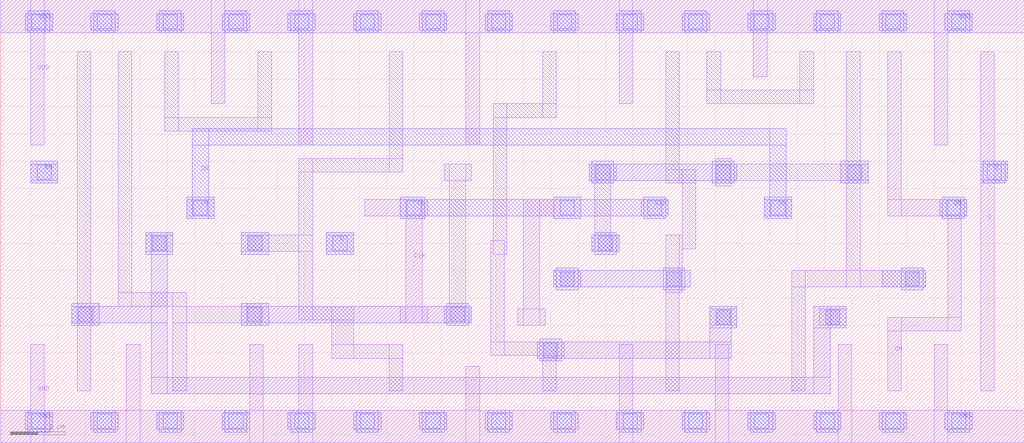
<source format=lef>
VERSION 5.7 ;
BUSBITCHARS "[]" ;
DIVIDERCHAR "/" ;

MACRO gf180mcu_osu_sc_12T_addf_1
  CLASS CORE ;
  ORIGIN 0 0 ;
  FOREIGN gf180mcu_osu_sc_12T_addf_1 0 0 ;
  SIZE 14 BY 8.1 ;
  SYMMETRY X Y ;
  SITE 12T ;
  PIN A
    DIRECTION INPUT ;
    USE SIGNAL ;
    PORT
      LAYER MET1 ;
        RECT 8.7 3.5 9.2 3.8 ;
        RECT 4.6 3.5 5.1 3.8 ;
        RECT 0.6 3.5 1.1 3.8 ;
      LAYER MET2 ;
        RECT 0.6 3.5 9.2 3.8 ;
        RECT 8.75 3.45 9.15 3.85 ;
        RECT 4.65 3.45 5.05 3.85 ;
        RECT 0.65 3.45 1.05 3.85 ;
      LAYER VIA12 ;
        RECT 0.72 3.52 0.98 3.78 ;
        RECT 4.72 3.52 4.98 3.78 ;
        RECT 8.82 3.52 9.08 3.78 ;
    END
  END A
  PIN B
    DIRECTION INPUT ;
    USE SIGNAL ;
    PORT
      LAYER MET1 ;
        RECT 9.55 4.15 10.05 4.45 ;
        RECT 3.6 4.15 6.25 4.45 ;
        RECT 1.5 4.15 2 4.45 ;
      LAYER MET2 ;
        RECT 5.75 4.15 10.05 4.45 ;
        RECT 9.6 4.1 10 4.5 ;
        RECT 5.8 4.1 6.2 4.5 ;
        RECT 1.5 4.15 4.1 4.45 ;
        RECT 3.65 4.1 4.05 4.5 ;
        RECT 1.55 4.1 1.95 4.5 ;
      LAYER VIA12 ;
        RECT 1.62 4.17 1.88 4.43 ;
        RECT 3.72 4.17 3.98 4.43 ;
        RECT 5.87 4.17 6.13 4.43 ;
        RECT 9.67 4.17 9.93 4.43 ;
    END
  END B
  PIN CI
    DIRECTION INPUT ;
    USE SIGNAL ;
    PORT
      LAYER MET1 ;
        RECT 10.05 2.2 10.55 2.5 ;
        RECT 6.65 2.2 7.15 2.5 ;
        RECT 2.35 2.85 2.85 3.15 ;
      LAYER MET2 ;
        RECT 2.45 2.2 10.55 2.5 ;
        RECT 10.1 2.15 10.5 2.55 ;
        RECT 10.15 2.1 10.45 2.55 ;
        RECT 6.7 2.15 7.1 2.55 ;
        RECT 6.75 2.1 7.05 2.55 ;
        RECT 2.35 2.85 2.85 3.15 ;
        RECT 2.4 2.8 2.8 3.2 ;
        RECT 2.45 2.2 2.75 3.2 ;
      LAYER VIA12 ;
        RECT 2.47 2.87 2.73 3.13 ;
        RECT 6.77 2.22 7.03 2.48 ;
        RECT 10.17 2.22 10.43 2.48 ;
    END
  END CI
  PIN CO
    DIRECTION OUTPUT ;
    USE SIGNAL ;
    PORT
      LAYER MET1 ;
        RECT 13.2 2.85 13.75 3.15 ;
        RECT 13.2 2.8 13.6 3.2 ;
        RECT 13.2 0.95 13.45 7.15 ;
      LAYER MET2 ;
        RECT 13.25 2.85 13.75 3.15 ;
        RECT 13.3 2.8 13.7 3.2 ;
      LAYER VIA12 ;
        RECT 13.37 2.87 13.63 3.13 ;
    END
  END CO
  PIN GND
    DIRECTION INOUT ;
    USE GROUND ;
    SHAPE ABUTMENT ;
    PORT
      LAYER MET1 ;
        RECT 0 0 14 0.6 ;
        RECT 12.35 0 12.6 1.8 ;
        RECT 10.75 0 11 1.8 ;
        RECT 6.5 0 6.75 1.45 ;
        RECT 4.8 0 5.05 1.8 ;
        RECT 1.4 0 1.65 1.8 ;
      LAYER MET2 ;
        RECT 12.45 0.25 12.95 0.55 ;
        RECT 12.5 0.2 12.9 0.6 ;
        RECT 11.25 0.25 11.75 0.55 ;
        RECT 11.3 0.2 11.7 0.6 ;
        RECT 10.05 0.25 10.55 0.55 ;
        RECT 10.1 0.2 10.5 0.6 ;
        RECT 8.85 0.25 9.35 0.55 ;
        RECT 8.9 0.2 9.3 0.6 ;
        RECT 7.65 0.25 8.15 0.55 ;
        RECT 7.7 0.2 8.1 0.6 ;
        RECT 6.45 0.25 6.95 0.55 ;
        RECT 6.5 0.2 6.9 0.6 ;
        RECT 5.25 0.25 5.75 0.55 ;
        RECT 5.3 0.2 5.7 0.6 ;
        RECT 4.05 0.25 4.55 0.55 ;
        RECT 4.1 0.2 4.5 0.6 ;
        RECT 2.85 0.25 3.35 0.55 ;
        RECT 2.9 0.2 3.3 0.6 ;
        RECT 1.65 0.25 2.15 0.55 ;
        RECT 1.7 0.2 2.1 0.6 ;
        RECT 0.45 0.25 0.95 0.55 ;
        RECT 0.5 0.2 0.9 0.6 ;
      LAYER VIA12 ;
        RECT 0.57 0.27 0.83 0.53 ;
        RECT 1.77 0.27 2.03 0.53 ;
        RECT 2.97 0.27 3.23 0.53 ;
        RECT 4.17 0.27 4.43 0.53 ;
        RECT 5.37 0.27 5.63 0.53 ;
        RECT 6.57 0.27 6.83 0.53 ;
        RECT 7.77 0.27 8.03 0.53 ;
        RECT 8.97 0.27 9.23 0.53 ;
        RECT 10.17 0.27 10.43 0.53 ;
        RECT 11.37 0.27 11.63 0.53 ;
        RECT 12.57 0.27 12.83 0.53 ;
    END
  END GND
  PIN S
    DIRECTION OUTPUT ;
    USE SIGNAL ;
    PORT
      LAYER MET1 ;
        RECT 11.6 4.15 12 4.45 ;
        RECT 11.6 0.95 11.85 7.15 ;
      LAYER MET2 ;
        RECT 11.5 4.15 12 4.45 ;
        RECT 11.55 4.1 11.95 4.5 ;
      LAYER VIA12 ;
        RECT 11.62 4.17 11.88 4.43 ;
    END
  END S
  PIN VDD
    DIRECTION INOUT ;
    USE POWER ;
    SHAPE ABUTMENT ;
    PORT
      LAYER MET1 ;
        RECT 0 7.5 14 8.1 ;
        RECT 12.35 5.45 12.6 8.1 ;
        RECT 10.75 5.45 11 8.1 ;
        RECT 6.5 5.45 6.75 8.1 ;
        RECT 4.8 5.45 5.05 8.1 ;
        RECT 1.4 5.45 1.65 8.1 ;
      LAYER MET2 ;
        RECT 12.45 7.55 12.95 7.85 ;
        RECT 12.5 7.5 12.9 7.9 ;
        RECT 11.25 7.55 11.75 7.85 ;
        RECT 11.3 7.5 11.7 7.9 ;
        RECT 10.05 7.55 10.55 7.85 ;
        RECT 10.1 7.5 10.5 7.9 ;
        RECT 8.85 7.55 9.35 7.85 ;
        RECT 8.9 7.5 9.3 7.9 ;
        RECT 7.65 7.55 8.15 7.85 ;
        RECT 7.7 7.5 8.1 7.9 ;
        RECT 6.45 7.55 6.95 7.85 ;
        RECT 6.5 7.5 6.9 7.9 ;
        RECT 5.25 7.55 5.75 7.85 ;
        RECT 5.3 7.5 5.7 7.9 ;
        RECT 4.05 7.55 4.55 7.85 ;
        RECT 4.1 7.5 4.5 7.9 ;
        RECT 2.85 7.55 3.35 7.85 ;
        RECT 2.9 7.5 3.3 7.9 ;
        RECT 1.65 7.55 2.15 7.85 ;
        RECT 1.7 7.5 2.1 7.9 ;
        RECT 0.45 7.55 0.95 7.85 ;
        RECT 0.5 7.5 0.9 7.9 ;
      LAYER VIA12 ;
        RECT 0.57 7.57 0.83 7.83 ;
        RECT 1.77 7.57 2.03 7.83 ;
        RECT 2.97 7.57 3.23 7.83 ;
        RECT 4.17 7.57 4.43 7.83 ;
        RECT 5.37 7.57 5.63 7.83 ;
        RECT 6.57 7.57 6.83 7.83 ;
        RECT 7.77 7.57 8.03 7.83 ;
        RECT 8.97 7.57 9.23 7.83 ;
        RECT 10.17 7.57 10.43 7.83 ;
        RECT 11.37 7.57 11.63 7.83 ;
        RECT 12.57 7.57 12.83 7.83 ;
    END
  END VDD
  OBS
    LAYER MET2 ;
      RECT 12.5 2.8 12.9 3.2 ;
      RECT 7.5 2.8 7.9 3.2 ;
      RECT 7.45 2.85 12.95 3.15 ;
      RECT 12.55 2.75 12.85 3.2 ;
    LAYER VIA12 ;
      RECT 12.57 2.87 12.83 3.13 ;
      RECT 7.57 2.87 7.83 3.13 ;
    LAYER MET1 ;
      RECT 8.2 0.95 8.45 7.15 ;
      RECT 8.2 2.85 11.35 3.15 ;
      RECT 3.1 0.95 3.35 7.15 ;
      RECT 3.1 2.85 7.95 3.15 ;
      RECT 5.65 1.7 7.6 1.95 ;
      RECT 7.35 0.95 7.6 1.95 ;
      RECT 5.65 0.95 5.9 1.95 ;
      RECT 7.35 4.95 7.6 7.15 ;
      RECT 5.65 4.95 5.9 7.15 ;
      RECT 5.65 4.95 7.6 5.2 ;
      RECT 0.55 2.05 2.5 2.3 ;
      RECT 2.25 0.95 2.5 2.3 ;
      RECT 0.55 0.95 0.8 2.3 ;
      RECT 2.25 4.95 2.5 7.15 ;
      RECT 0.55 4.95 0.8 7.15 ;
      RECT 0.55 4.95 2.5 5.2 ;
      RECT 12.45 2.85 12.95 3.15 ;
  END
END gf180mcu_osu_sc_12T_addf_1

MACRO gf180mcu_osu_sc_12T_addh_1
  CLASS CORE ;
  ORIGIN 0 0 ;
  FOREIGN gf180mcu_osu_sc_12T_addh_1 0 0 ;
  SIZE 8.1 BY 8.1 ;
  SYMMETRY X Y ;
  SITE 12T ;
  PIN A
    DIRECTION INPUT ;
    USE SIGNAL ;
    PORT
      LAYER MET1 ;
        RECT 3.9 3.5 4.4 3.8 ;
        RECT 1.5 3.5 2 3.8 ;
      LAYER MET2 ;
        RECT 3.9 3.45 4.4 3.85 ;
        RECT 1.5 3.5 4.4 3.8 ;
        RECT 1.5 3.45 2 3.85 ;
      LAYER VIA12 ;
        RECT 1.62 3.52 1.88 3.78 ;
        RECT 4.02 3.52 4.28 3.78 ;
    END
  END A
  PIN B
    DIRECTION INPUT ;
    USE SIGNAL ;
    PORT
      LAYER MET1 ;
        RECT 5.2 2.85 5.7 3.15 ;
        RECT 2.35 2.85 2.85 3.15 ;
      LAYER MET2 ;
        RECT 5.2 2.8 5.7 3.2 ;
        RECT 2.35 2.85 5.7 3.15 ;
        RECT 2.35 2.8 2.85 3.2 ;
      LAYER VIA12 ;
        RECT 2.47 2.87 2.73 3.13 ;
        RECT 5.32 2.87 5.58 3.13 ;
    END
  END B
  PIN CO
    DIRECTION OUTPUT ;
    USE SIGNAL ;
    PORT
      LAYER MET1 ;
        RECT 0.4 2.2 0.9 2.5 ;
        RECT 0.55 0.95 0.8 7.15 ;
      LAYER MET2 ;
        RECT 0.4 2.15 0.9 2.55 ;
      LAYER VIA12 ;
        RECT 0.52 2.22 0.78 2.48 ;
    END
  END CO
  PIN GND
    DIRECTION INOUT ;
    USE GROUND ;
    SHAPE ABUTMENT ;
    PORT
      LAYER MET1 ;
        RECT 0 0 8.1 0.6 ;
        RECT 6.4 0 6.65 1.8 ;
        RECT 1.4 0 1.65 1.8 ;
      LAYER MET2 ;
        RECT 6.45 0.25 6.95 0.55 ;
        RECT 6.5 0.2 6.9 0.6 ;
        RECT 5.25 0.25 5.75 0.55 ;
        RECT 5.3 0.2 5.7 0.6 ;
        RECT 4.05 0.25 4.55 0.55 ;
        RECT 4.1 0.2 4.5 0.6 ;
        RECT 2.85 0.25 3.35 0.55 ;
        RECT 2.9 0.2 3.3 0.6 ;
        RECT 1.65 0.25 2.15 0.55 ;
        RECT 1.7 0.2 2.1 0.6 ;
        RECT 0.45 0.25 0.95 0.55 ;
        RECT 0.5 0.2 0.9 0.6 ;
      LAYER VIA12 ;
        RECT 0.57 0.27 0.83 0.53 ;
        RECT 1.77 0.27 2.03 0.53 ;
        RECT 2.97 0.27 3.23 0.53 ;
        RECT 4.17 0.27 4.43 0.53 ;
        RECT 5.37 0.27 5.63 0.53 ;
        RECT 6.57 0.27 6.83 0.53 ;
    END
  END GND
  PIN S
    DIRECTION OUTPUT ;
    USE SIGNAL ;
    PORT
      LAYER MET1 ;
        RECT 7.2 4.8 7.7 5.1 ;
        RECT 7.25 4.75 7.6 5.15 ;
        RECT 7.25 0.95 7.5 7.15 ;
      LAYER MET2 ;
        RECT 7.2 4.75 7.7 5.15 ;
      LAYER VIA12 ;
        RECT 7.32 4.82 7.58 5.08 ;
    END
  END S
  PIN VDD
    DIRECTION INOUT ;
    USE POWER ;
    SHAPE ABUTMENT ;
    PORT
      LAYER MET1 ;
        RECT 0 7.5 8.1 8.1 ;
        RECT 6.4 5.45 6.65 8.1 ;
        RECT 3.85 5.45 4.1 8.1 ;
        RECT 3.1 5.45 3.35 8.1 ;
        RECT 1.4 5.45 1.65 8.1 ;
      LAYER MET2 ;
        RECT 6.45 7.55 6.95 7.85 ;
        RECT 6.5 7.5 6.9 7.9 ;
        RECT 5.25 7.55 5.75 7.85 ;
        RECT 5.3 7.5 5.7 7.9 ;
        RECT 4.05 7.55 4.55 7.85 ;
        RECT 4.1 7.5 4.5 7.9 ;
        RECT 2.85 7.55 3.35 7.85 ;
        RECT 2.9 7.5 3.3 7.9 ;
        RECT 1.65 7.55 2.15 7.85 ;
        RECT 1.7 7.5 2.1 7.9 ;
        RECT 0.45 7.55 0.95 7.85 ;
        RECT 0.5 7.5 0.9 7.9 ;
      LAYER VIA12 ;
        RECT 0.57 7.57 0.83 7.83 ;
        RECT 1.77 7.57 2.03 7.83 ;
        RECT 2.97 7.57 3.23 7.83 ;
        RECT 4.17 7.57 4.43 7.83 ;
        RECT 5.37 7.57 5.63 7.83 ;
        RECT 6.57 7.57 6.83 7.83 ;
    END
  END VDD
  OBS
    LAYER MET2 ;
      RECT 6.05 4.75 6.55 5.15 ;
      RECT 3 4.75 3.5 5.15 ;
      RECT 3 4.8 6.55 5.1 ;
    LAYER VIA12 ;
      RECT 6.17 4.82 6.43 5.08 ;
      RECT 3.12 4.82 3.38 5.08 ;
    LAYER MET1 ;
      RECT 5.55 3.5 5.8 7.15 ;
      RECT 5.55 3.5 7 3.8 ;
      RECT 4.7 3.5 7 3.75 ;
      RECT 4.7 1.35 4.95 3.75 ;
      RECT 5.55 0.85 5.8 1.9 ;
      RECT 3.85 0.85 4.1 1.9 ;
      RECT 3.85 0.85 5.8 1.1 ;
      RECT 2.25 4.8 2.5 7.15 ;
      RECT 1.05 4.8 3.5 5.1 ;
      RECT 3.1 0.95 3.35 5.1 ;
      RECT 6.05 4.8 6.55 5.1 ;
  END
END gf180mcu_osu_sc_12T_addh_1

MACRO gf180mcu_osu_sc_12T_and2_1
  CLASS CORE ;
  ORIGIN 0 0.15 ;
  FOREIGN gf180mcu_osu_sc_12T_and2_1 0 -0.15 ;
  SIZE 3.9 BY 8.1 ;
  SYMMETRY X Y ;
  SITE 12T ;
  PIN A
    DIRECTION INPUT ;
    USE SIGNAL ;
    PORT
      LAYER MET1 ;
        RECT 0.6 3.35 1.1 3.65 ;
      LAYER MET2 ;
        RECT 0.6 3.3 1.1 3.7 ;
      LAYER VIA12 ;
        RECT 0.72 3.37 0.98 3.63 ;
    END
  END A
  PIN B
    DIRECTION INPUT ;
    USE SIGNAL ;
    PORT
      LAYER MET1 ;
        RECT 1.9 2.7 2.4 3 ;
      LAYER MET2 ;
        RECT 1.9 2.65 2.4 3.05 ;
      LAYER VIA12 ;
        RECT 2.02 2.72 2.28 2.98 ;
    END
  END B
  PIN GND
    DIRECTION INOUT ;
    USE GROUND ;
    SHAPE ABUTMENT ;
    PORT
      LAYER MET1 ;
        RECT 0 -0.15 3.9 0.45 ;
        RECT 2.1 -0.15 2.5 1.65 ;
      LAYER MET2 ;
        RECT 2.85 0.1 3.35 0.4 ;
        RECT 2.9 0.05 3.3 0.45 ;
        RECT 1.65 0.1 2.15 0.4 ;
        RECT 1.7 0.05 2.1 0.45 ;
        RECT 0.45 0.1 0.95 0.4 ;
        RECT 0.5 0.05 0.9 0.45 ;
      LAYER VIA12 ;
        RECT 0.57 0.12 0.83 0.38 ;
        RECT 1.77 0.12 2.03 0.38 ;
        RECT 2.97 0.12 3.23 0.38 ;
    END
  END GND
  PIN VDD
    DIRECTION INOUT ;
    USE POWER ;
    SHAPE ABUTMENT ;
    PORT
      LAYER MET1 ;
        RECT 0 7.35 3.9 7.95 ;
        RECT 2.25 5.3 2.5 7.95 ;
        RECT 0.55 5.3 0.8 7.95 ;
      LAYER MET2 ;
        RECT 2.85 7.4 3.35 7.7 ;
        RECT 2.9 7.35 3.3 7.75 ;
        RECT 1.65 7.4 2.15 7.7 ;
        RECT 1.7 7.35 2.1 7.75 ;
        RECT 0.45 7.4 0.95 7.7 ;
        RECT 0.5 7.35 0.9 7.75 ;
      LAYER VIA12 ;
        RECT 0.57 7.42 0.83 7.68 ;
        RECT 1.77 7.42 2.03 7.68 ;
        RECT 2.97 7.42 3.23 7.68 ;
    END
  END VDD
  PIN Y
    DIRECTION OUTPUT ;
    USE SIGNAL ;
    PORT
      LAYER MET1 ;
        RECT 3.1 4.7 3.6 5 ;
        RECT 3.1 4.65 3.5 5 ;
        RECT 3.1 4.65 3.45 5.05 ;
        RECT 3.1 0.8 3.35 7 ;
      LAYER MET2 ;
        RECT 3.1 4.65 3.6 5.05 ;
      LAYER VIA12 ;
        RECT 3.22 4.72 3.48 4.98 ;
    END
  END Y
  OBS
    LAYER MET2 ;
      RECT 2.35 3.95 2.85 4.35 ;
      RECT 1.3 3.95 1.8 4.35 ;
    LAYER VIA12 ;
      RECT 2.47 4.02 2.73 4.28 ;
      RECT 1.42 4.02 1.68 4.28 ;
    LAYER MET1 ;
      RECT 1.4 1.75 1.65 7 ;
      RECT 1.3 4 2.85 4.3 ;
      RECT 0.7 1.75 1.65 2 ;
      RECT 0.7 0.8 0.95 2 ;
  END
END gf180mcu_osu_sc_12T_and2_1

MACRO gf180mcu_osu_sc_12T_aoi21_1
  CLASS CORE ;
  ORIGIN 0 0.15 ;
  FOREIGN gf180mcu_osu_sc_12T_aoi21_1 0 -0.15 ;
  SIZE 3.9 BY 8.1 ;
  SYMMETRY X Y ;
  SITE 12T ;
  PIN A0
    DIRECTION INPUT ;
    USE SIGNAL ;
    PORT
      LAYER MET1 ;
        RECT 0.6 3.35 1.1 3.65 ;
      LAYER MET2 ;
        RECT 0.6 3.3 1.1 3.7 ;
      LAYER VIA12 ;
        RECT 0.72 3.37 0.98 3.63 ;
    END
  END A0
  PIN A1
    DIRECTION INPUT ;
    USE SIGNAL ;
    PORT
      LAYER MET1 ;
        RECT 1.6 4 2.1 4.3 ;
      LAYER MET2 ;
        RECT 1.6 3.95 2.1 4.35 ;
      LAYER VIA12 ;
        RECT 1.72 4.02 1.98 4.28 ;
    END
  END A1
  PIN B
    DIRECTION INPUT ;
    USE SIGNAL ;
    PORT
      LAYER MET1 ;
        RECT 2.35 3.35 2.85 3.65 ;
      LAYER MET2 ;
        RECT 2.35 3.3 2.85 3.7 ;
      LAYER VIA12 ;
        RECT 2.47 3.37 2.73 3.63 ;
    END
  END B
  PIN GND
    DIRECTION INOUT ;
    USE GROUND ;
    SHAPE ABUTMENT ;
    PORT
      LAYER MET1 ;
        RECT 0 -0.15 3.9 0.45 ;
        RECT 2.95 -0.15 3.2 1.65 ;
        RECT 0.7 -0.15 0.95 1.65 ;
      LAYER MET2 ;
        RECT 2.85 0.1 3.35 0.4 ;
        RECT 2.9 0.05 3.3 0.45 ;
        RECT 1.65 0.1 2.15 0.4 ;
        RECT 1.7 0.05 2.1 0.45 ;
        RECT 0.45 0.1 0.95 0.4 ;
        RECT 0.5 0.05 0.9 0.45 ;
      LAYER VIA12 ;
        RECT 0.57 0.12 0.83 0.38 ;
        RECT 1.77 0.12 2.03 0.38 ;
        RECT 2.97 0.12 3.23 0.38 ;
    END
  END GND
  PIN VDD
    DIRECTION INOUT ;
    USE POWER ;
    SHAPE ABUTMENT ;
    PORT
      LAYER MET1 ;
        RECT 0 7.35 3.9 7.95 ;
        RECT 1.4 6.05 1.65 7.95 ;
      LAYER MET2 ;
        RECT 2.85 7.4 3.35 7.7 ;
        RECT 2.9 7.35 3.3 7.75 ;
        RECT 1.65 7.4 2.15 7.7 ;
        RECT 1.7 7.35 2.1 7.75 ;
        RECT 0.45 7.4 0.95 7.7 ;
        RECT 0.5 7.35 0.9 7.75 ;
      LAYER VIA12 ;
        RECT 0.57 7.42 0.83 7.68 ;
        RECT 1.77 7.42 2.03 7.68 ;
        RECT 2.97 7.42 3.23 7.68 ;
    END
  END VDD
  PIN Y
    DIRECTION OUTPUT ;
    USE SIGNAL ;
    PORT
      LAYER MET1 ;
        RECT 3 4.65 3.5 4.95 ;
        RECT 3.1 2.4 3.35 7 ;
        RECT 2.1 2.4 3.35 2.65 ;
        RECT 2.1 0.8 2.35 2.65 ;
      LAYER MET2 ;
        RECT 3 4.6 3.5 5 ;
      LAYER VIA12 ;
        RECT 3.12 4.67 3.38 4.93 ;
    END
  END Y
  OBS
    LAYER MET1 ;
      RECT 2.25 5.55 2.5 7 ;
      RECT 0.55 5.55 0.8 7 ;
      RECT 0.55 5.55 2.5 5.8 ;
  END
END gf180mcu_osu_sc_12T_aoi21_1

MACRO gf180mcu_osu_sc_12T_buf_1
  CLASS CORE ;
  ORIGIN 0.85 0.15 ;
  FOREIGN gf180mcu_osu_sc_12T_buf_1 -0.85 -0.15 ;
  SIZE 3.1 BY 8.1 ;
  SYMMETRY X Y ;
  SITE 12T ;
  PIN A
    DIRECTION INPUT ;
    USE SIGNAL ;
    PORT
      LAYER MET1 ;
        RECT 0.2 4 0.7 4.3 ;
      LAYER MET2 ;
        RECT 0.2 4 0.7 4.3 ;
        RECT 0.25 3.95 0.65 4.35 ;
      LAYER VIA12 ;
        RECT 0.32 4.02 0.58 4.28 ;
    END
  END A
  PIN GND
    DIRECTION INOUT ;
    USE GROUND ;
    SHAPE ABUTMENT ;
    PORT
      LAYER MET1 ;
        RECT -0.85 -0.15 2.25 0.45 ;
        RECT 0.55 -0.15 0.8 1.65 ;
      LAYER MET2 ;
        RECT 0.8 0.1 1.3 0.4 ;
        RECT 0.85 0.05 1.25 0.45 ;
        RECT -0.4 0.1 0.1 0.4 ;
        RECT -0.35 0.05 0.05 0.45 ;
      LAYER VIA12 ;
        RECT -0.28 0.12 -0.02 0.38 ;
        RECT 0.92 0.12 1.18 0.38 ;
    END
  END GND
  PIN VDD
    DIRECTION INOUT ;
    USE POWER ;
    SHAPE ABUTMENT ;
    PORT
      LAYER MET1 ;
        RECT -0.85 7.35 2.25 7.95 ;
        RECT 0.55 5.3 0.8 7.95 ;
      LAYER MET2 ;
        RECT 0.8 7.4 1.3 7.7 ;
        RECT 0.85 7.35 1.25 7.75 ;
        RECT -0.4 7.4 0.1 7.7 ;
        RECT -0.35 7.35 0.05 7.75 ;
      LAYER VIA12 ;
        RECT -0.28 7.42 -0.02 7.68 ;
        RECT 0.92 7.42 1.18 7.68 ;
    END
  END VDD
  PIN Y
    DIRECTION OUTPUT ;
    USE SIGNAL ;
    PORT
      LAYER MET1 ;
        RECT 1.3 4.65 1.8 4.95 ;
        RECT 1.4 0.8 1.65 7 ;
      LAYER MET2 ;
        RECT 1.3 4.6 1.8 5 ;
      LAYER VIA12 ;
        RECT 1.42 4.67 1.68 4.93 ;
    END
  END Y
  OBS
    LAYER MET1 ;
      RECT -0.3 0.8 -0.05 7 ;
      RECT -0.3 2.75 1.15 3.05 ;
  END
END gf180mcu_osu_sc_12T_buf_1

MACRO gf180mcu_osu_sc_12T_buf_2
  CLASS CORE ;
  ORIGIN 0.85 0.15 ;
  FOREIGN gf180mcu_osu_sc_12T_buf_2 -0.85 -0.15 ;
  SIZE 3.9 BY 8.1 ;
  SYMMETRY X Y ;
  SITE 12T ;
  PIN A
    DIRECTION INPUT ;
    USE SIGNAL ;
    PORT
      LAYER MET1 ;
        RECT 0.2 4 0.7 4.3 ;
      LAYER MET2 ;
        RECT 0.2 4 0.7 4.3 ;
        RECT 0.25 3.95 0.65 4.35 ;
      LAYER VIA12 ;
        RECT 0.32 4.02 0.58 4.28 ;
    END
  END A
  PIN GND
    DIRECTION INOUT ;
    USE GROUND ;
    SHAPE ABUTMENT ;
    PORT
      LAYER MET1 ;
        RECT -0.85 -0.15 3.05 0.45 ;
        RECT 2.25 -0.15 2.5 1.65 ;
        RECT 0.55 -0.15 0.8 1.65 ;
      LAYER MET2 ;
        RECT 0.8 0.1 1.3 0.4 ;
        RECT 0.85 0.05 1.25 0.45 ;
        RECT -0.4 0.1 0.1 0.4 ;
        RECT -0.35 0.05 0.05 0.45 ;
      LAYER VIA12 ;
        RECT -0.28 0.12 -0.02 0.38 ;
        RECT 0.92 0.12 1.18 0.38 ;
    END
  END GND
  PIN VDD
    DIRECTION INOUT ;
    USE POWER ;
    SHAPE ABUTMENT ;
    PORT
      LAYER MET1 ;
        RECT -0.85 7.35 3.05 7.95 ;
        RECT 2.25 5.3 2.5 7.95 ;
        RECT 0.55 5.3 0.8 7.95 ;
      LAYER MET2 ;
        RECT 0.8 7.4 1.3 7.7 ;
        RECT 0.85 7.35 1.25 7.75 ;
        RECT -0.4 7.4 0.1 7.7 ;
        RECT -0.35 7.35 0.05 7.75 ;
      LAYER VIA12 ;
        RECT -0.28 7.42 -0.02 7.68 ;
        RECT 0.92 7.42 1.18 7.68 ;
    END
  END VDD
  PIN Y
    DIRECTION OUTPUT ;
    USE SIGNAL ;
    PORT
      LAYER MET1 ;
        RECT 1.3 4.7 1.8 5 ;
        RECT 1.4 0.8 1.65 7 ;
      LAYER MET2 ;
        RECT 1.3 4.65 1.8 5.05 ;
      LAYER VIA12 ;
        RECT 1.42 4.72 1.68 4.98 ;
    END
  END Y
  OBS
    LAYER MET1 ;
      RECT -0.3 0.8 -0.05 7 ;
      RECT -0.3 2.75 1.15 3.05 ;
  END
END gf180mcu_osu_sc_12T_buf_2

MACRO gf180mcu_osu_sc_12T_dff_1
  CLASS CORE ;
  ORIGIN 0 0.15 ;
  FOREIGN gf180mcu_osu_sc_12T_dff_1 0 -0.15 ;
  SIZE 13 BY 8.1 ;
  SYMMETRY X Y ;
  SITE 12T ;
  PIN CLK
    DIRECTION INPUT ;
    USE CLOCK ;
    PORT
      LAYER MET1 ;
        RECT 7.65 4 8.15 4.3 ;
        RECT 5.5 4 6.55 4.3 ;
        RECT 5.4 2 5.9 2.3 ;
        RECT 5.5 2 5.8 4.3 ;
        RECT 2.6 4 3.75 4.3 ;
        RECT 3.25 2.05 3.75 2.35 ;
        RECT 3.35 2.05 3.65 4.3 ;
      LAYER MET2 ;
        RECT 3.25 4 8.15 4.3 ;
        RECT 7.7 3.95 8.1 4.35 ;
        RECT 6.05 3.95 6.55 4.35 ;
        RECT 3.25 3.95 3.7 4.35 ;
      LAYER VIA12 ;
        RECT 3.37 4.02 3.63 4.28 ;
        RECT 6.17 4.02 6.43 4.28 ;
        RECT 7.77 4.02 8.03 4.28 ;
    END
  END CLK
  PIN D
    DIRECTION INPUT ;
    USE SIGNAL ;
    PORT
      LAYER MET1 ;
        RECT 1.9 3.35 2.4 3.65 ;
      LAYER MET2 ;
        RECT 1.75 3.35 2.55 3.65 ;
        RECT 1.9 3.3 2.4 3.7 ;
      LAYER VIA12 ;
        RECT 2.02 3.37 2.28 3.63 ;
    END
  END D
  PIN GND
    DIRECTION INOUT ;
    USE GROUND ;
    SHAPE ABUTMENT ;
    PORT
      LAYER MET1 ;
        RECT 0 -0.15 13 0.45 ;
        RECT 11.3 -0.15 11.55 1.65 ;
        RECT 8.85 -0.15 9.1 1.3 ;
        RECT 7.25 -0.15 7.5 1.65 ;
        RECT 4.45 -0.15 4.7 1.25 ;
        RECT 1.4 -0.15 1.65 1.65 ;
      LAYER MET2 ;
        RECT 11.25 0.1 11.75 0.4 ;
        RECT 11.3 0.05 11.7 0.45 ;
        RECT 10.05 0.1 10.55 0.4 ;
        RECT 10.1 0.05 10.5 0.45 ;
        RECT 8.85 0.1 9.35 0.4 ;
        RECT 8.9 0.05 9.3 0.45 ;
        RECT 7.65 0.1 8.15 0.4 ;
        RECT 7.7 0.05 8.1 0.45 ;
        RECT 6.45 0.1 6.95 0.4 ;
        RECT 6.5 0.05 6.9 0.45 ;
        RECT 5.25 0.1 5.75 0.4 ;
        RECT 5.3 0.05 5.7 0.45 ;
        RECT 4.05 0.1 4.55 0.4 ;
        RECT 4.1 0.05 4.5 0.45 ;
        RECT 2.85 0.1 3.35 0.4 ;
        RECT 2.9 0.05 3.3 0.45 ;
        RECT 1.65 0.1 2.15 0.4 ;
        RECT 1.7 0.05 2.1 0.45 ;
        RECT 0.45 0.1 0.95 0.4 ;
        RECT 0.5 0.05 0.9 0.45 ;
      LAYER VIA12 ;
        RECT 0.57 0.12 0.83 0.38 ;
        RECT 1.77 0.12 2.03 0.38 ;
        RECT 2.97 0.12 3.23 0.38 ;
        RECT 4.17 0.12 4.43 0.38 ;
        RECT 5.37 0.12 5.63 0.38 ;
        RECT 6.57 0.12 6.83 0.38 ;
        RECT 7.77 0.12 8.03 0.38 ;
        RECT 8.97 0.12 9.23 0.38 ;
        RECT 10.17 0.12 10.43 0.38 ;
        RECT 11.37 0.12 11.63 0.38 ;
    END
  END GND
  PIN Q
    DIRECTION OUTPUT ;
    USE SIGNAL ;
    PORT
      LAYER MET1 ;
        RECT 12.15 4.65 12.65 5 ;
        RECT 12.15 4.6 12.6 5 ;
        RECT 12.15 0.8 12.4 7 ;
      LAYER MET2 ;
        RECT 12.15 4.65 12.65 4.95 ;
        RECT 12.2 4.6 12.6 5 ;
      LAYER VIA12 ;
        RECT 12.27 4.67 12.53 4.93 ;
    END
  END Q
  PIN QN
    DIRECTION OUTPUT ;
    USE SIGNAL ;
    PORT
      LAYER MET1 ;
        RECT 10.45 4 11.9 4.3 ;
        RECT 11.55 1.9 11.8 4.3 ;
        RECT 10.45 1.9 11.8 2.15 ;
        RECT 10.45 4 10.7 7 ;
        RECT 10.45 0.8 10.7 2.15 ;
      LAYER MET2 ;
        RECT 11.4 4 11.9 4.3 ;
        RECT 11.45 3.95 11.85 4.35 ;
      LAYER VIA12 ;
        RECT 11.52 4.02 11.78 4.28 ;
    END
  END QN
  PIN VDD
    DIRECTION INOUT ;
    USE POWER ;
    SHAPE ABUTMENT ;
    PORT
      LAYER MET1 ;
        RECT 0 7.35 13 7.95 ;
        RECT 11.3 5.3 11.55 7.95 ;
        RECT 8.85 5.3 9.1 7.95 ;
        RECT 7.25 6.05 7.5 7.95 ;
        RECT 4.45 5.3 4.7 7.95 ;
        RECT 1.4 5.3 1.65 7.95 ;
      LAYER MET2 ;
        RECT 11.25 7.4 11.75 7.7 ;
        RECT 11.3 7.35 11.7 7.75 ;
        RECT 10.05 7.4 10.55 7.7 ;
        RECT 10.1 7.35 10.5 7.75 ;
        RECT 8.85 7.4 9.35 7.7 ;
        RECT 8.9 7.35 9.3 7.75 ;
        RECT 7.65 7.4 8.15 7.7 ;
        RECT 7.7 7.35 8.1 7.75 ;
        RECT 6.45 7.4 6.95 7.7 ;
        RECT 6.5 7.35 6.9 7.75 ;
        RECT 5.25 7.4 5.75 7.7 ;
        RECT 5.3 7.35 5.7 7.75 ;
        RECT 4.05 7.4 4.55 7.7 ;
        RECT 4.1 7.35 4.5 7.75 ;
        RECT 2.85 7.4 3.35 7.7 ;
        RECT 2.9 7.35 3.3 7.75 ;
        RECT 1.65 7.4 2.15 7.7 ;
        RECT 1.7 7.35 2.1 7.75 ;
        RECT 0.45 7.4 0.95 7.7 ;
        RECT 0.5 7.35 0.9 7.75 ;
      LAYER VIA12 ;
        RECT 0.57 7.42 0.83 7.68 ;
        RECT 1.77 7.42 2.03 7.68 ;
        RECT 2.97 7.42 3.23 7.68 ;
        RECT 4.17 7.42 4.43 7.68 ;
        RECT 5.37 7.42 5.63 7.68 ;
        RECT 6.57 7.42 6.83 7.68 ;
        RECT 7.77 7.42 8.03 7.68 ;
        RECT 8.97 7.42 9.23 7.68 ;
        RECT 10.17 7.42 10.43 7.68 ;
        RECT 11.37 7.42 11.63 7.68 ;
    END
  END VDD
  OBS
    LAYER MET2 ;
      RECT 6.75 4.6 7.15 5 ;
      RECT 6.7 4.65 9.9 4.95 ;
      RECT 9.6 2.7 9.9 4.95 ;
      RECT 10.7 2.65 11.1 3.05 ;
      RECT 9.6 2.7 11.15 3 ;
      RECT 9 1.5 9.4 1.9 ;
      RECT 8.5 1.55 9.45 1.85 ;
      RECT 5.8 1.35 6.2 1.75 ;
      RECT 5.75 1.4 8.8 1.7 ;
      RECT 5.75 1.5 9.4 1.7 ;
      RECT 8.05 2.65 8.45 3.05 ;
      RECT 6.1 2.65 6.5 3.05 ;
      RECT 6.05 2.7 8.55 3 ;
      RECT 6.8 3.3 7.2 3.7 ;
      RECT 6.75 3.35 7.25 3.65 ;
      RECT 4.1 2 4.5 2.4 ;
      RECT 0.45 2 0.85 2.4 ;
      RECT 0.4 2.05 4.55 2.35 ;
    LAYER VIA12 ;
      RECT 10.77 2.72 11.03 2.98 ;
      RECT 9.07 1.57 9.33 1.83 ;
      RECT 8.12 2.72 8.38 2.98 ;
      RECT 6.87 3.37 7.13 3.63 ;
      RECT 6.82 4.67 7.08 4.93 ;
      RECT 6.17 2.72 6.43 2.98 ;
      RECT 5.87 1.42 6.13 1.68 ;
      RECT 4.17 2.07 4.43 2.33 ;
      RECT 0.52 2.07 0.78 2.33 ;
    LAYER MET1 ;
      RECT 9.7 0.8 9.95 7 ;
      RECT 9.7 2.7 11.15 3 ;
      RECT 9.05 1.55 9.35 3.1 ;
      RECT 8.95 2.7 9.45 3 ;
      RECT 8.95 1.55 9.45 1.85 ;
      RECT 8.1 4.6 8.35 7 ;
      RECT 8.1 4.6 8.9 4.85 ;
      RECT 8.6 3.4 8.9 4.85 ;
      RECT 8.1 3.4 8.9 3.65 ;
      RECT 8.1 2.6 8.4 3.65 ;
      RECT 8.1 0.8 8.35 3.65 ;
      RECT 6.7 4.65 7.2 4.95 ;
      RECT 6.8 3.3 7.1 4.95 ;
      RECT 6.75 3.35 7.3 3.65 ;
      RECT 6.8 3.3 7.2 3.65 ;
      RECT 5.85 5.8 6.1 7 ;
      RECT 4.95 5.8 6.1 6.05 ;
      RECT 4.95 3.3 5.2 6.05 ;
      RECT 4.9 1.45 5.15 3.55 ;
      RECT 4.9 1.45 6.25 1.7 ;
      RECT 5.85 1.4 6.25 1.7 ;
      RECT 5.85 0.8 6.1 1.7 ;
      RECT 4.05 4.65 4.55 4.95 ;
      RECT 4.15 2.05 4.45 4.95 ;
      RECT 4.05 2.05 4.55 2.35 ;
      RECT 3.05 4.8 3.3 7 ;
      RECT 1.4 4.8 3.3 5.05 ;
      RECT 1.4 2.1 1.65 5.05 ;
      RECT 1.05 4 1.65 4.3 ;
      RECT 1.4 2.1 2.4 2.35 ;
      RECT 2 1.4 2.4 2.35 ;
      RECT 2 1.4 3.3 1.65 ;
      RECT 3.05 0.8 3.3 1.65 ;
      RECT 0.55 0.8 0.8 7 ;
      RECT 0.5 1.95 0.8 2.45 ;
      RECT 6.05 2.7 6.55 3 ;
  END
END gf180mcu_osu_sc_12T_dff_1

MACRO gf180mcu_osu_sc_12T_dffn_1
  CLASS CORE ;
  ORIGIN 0 0.15 ;
  FOREIGN gf180mcu_osu_sc_12T_dffn_1 0 -0.15 ;
  SIZE 13 BY 8.1 ;
  SYMMETRY X Y ;
  SITE 12T ;
  PIN CLKN
    DIRECTION INPUT ;
    USE CLOCK ;
    PORT
      LAYER MET1 ;
        RECT 7.65 4 8.15 4.3 ;
        RECT 5.5 4 6.55 4.3 ;
        RECT 5.4 2 5.9 2.3 ;
        RECT 5.5 2 5.8 4.3 ;
        RECT 2.6 4 3.75 4.3 ;
        RECT 3.25 2.05 3.75 2.35 ;
        RECT 3.35 2.05 3.65 4.3 ;
      LAYER MET2 ;
        RECT 3.25 4 8.15 4.3 ;
        RECT 7.7 3.95 8.1 4.35 ;
        RECT 6.05 3.95 6.55 4.35 ;
        RECT 3.25 3.95 3.7 4.35 ;
      LAYER VIA12 ;
        RECT 3.37 4.02 3.63 4.28 ;
        RECT 6.17 4.02 6.43 4.28 ;
        RECT 7.77 4.02 8.03 4.28 ;
    END
  END CLKN
  PIN D
    DIRECTION INPUT ;
    USE SIGNAL ;
    PORT
      LAYER MET1 ;
        RECT 1.9 3.35 2.4 3.65 ;
      LAYER MET2 ;
        RECT 1.75 3.35 2.55 3.65 ;
        RECT 1.9 3.3 2.4 3.7 ;
      LAYER VIA12 ;
        RECT 2.02 3.37 2.28 3.63 ;
    END
  END D
  PIN GND
    DIRECTION INOUT ;
    USE GROUND ;
    SHAPE ABUTMENT ;
    PORT
      LAYER MET1 ;
        RECT 0 -0.15 13 0.45 ;
        RECT 11.3 -0.15 11.55 1.65 ;
        RECT 8.85 -0.15 9.1 1.3 ;
        RECT 7.25 -0.15 7.5 1.65 ;
        RECT 4.45 -0.15 4.7 1.25 ;
        RECT 1.4 -0.15 1.65 1.65 ;
      LAYER MET2 ;
        RECT 11.25 0.1 11.75 0.4 ;
        RECT 11.3 0.05 11.7 0.45 ;
        RECT 10.05 0.1 10.55 0.4 ;
        RECT 10.1 0.05 10.5 0.45 ;
        RECT 8.85 0.1 9.35 0.4 ;
        RECT 8.9 0.05 9.3 0.45 ;
        RECT 7.65 0.1 8.15 0.4 ;
        RECT 7.7 0.05 8.1 0.45 ;
        RECT 6.45 0.1 6.95 0.4 ;
        RECT 6.5 0.05 6.9 0.45 ;
        RECT 5.25 0.1 5.75 0.4 ;
        RECT 5.3 0.05 5.7 0.45 ;
        RECT 4.05 0.1 4.55 0.4 ;
        RECT 4.1 0.05 4.5 0.45 ;
        RECT 2.85 0.1 3.35 0.4 ;
        RECT 2.9 0.05 3.3 0.45 ;
        RECT 1.65 0.1 2.15 0.4 ;
        RECT 1.7 0.05 2.1 0.45 ;
        RECT 0.45 0.1 0.95 0.4 ;
        RECT 0.5 0.05 0.9 0.45 ;
      LAYER VIA12 ;
        RECT 0.57 0.12 0.83 0.38 ;
        RECT 1.77 0.12 2.03 0.38 ;
        RECT 2.97 0.12 3.23 0.38 ;
        RECT 4.17 0.12 4.43 0.38 ;
        RECT 5.37 0.12 5.63 0.38 ;
        RECT 6.57 0.12 6.83 0.38 ;
        RECT 7.77 0.12 8.03 0.38 ;
        RECT 8.97 0.12 9.23 0.38 ;
        RECT 10.17 0.12 10.43 0.38 ;
        RECT 11.37 0.12 11.63 0.38 ;
    END
  END GND
  PIN Q
    DIRECTION OUTPUT ;
    USE SIGNAL ;
    PORT
      LAYER MET1 ;
        RECT 12.15 4.65 12.65 5 ;
        RECT 12.15 4.6 12.6 5 ;
        RECT 12.15 0.8 12.4 7 ;
      LAYER MET2 ;
        RECT 12.15 4.65 12.65 4.95 ;
        RECT 12.2 4.6 12.6 5 ;
      LAYER VIA12 ;
        RECT 12.27 4.67 12.53 4.93 ;
    END
  END Q
  PIN QN
    DIRECTION OUTPUT ;
    USE SIGNAL ;
    PORT
      LAYER MET1 ;
        RECT 10.45 4 11.9 4.3 ;
        RECT 11.55 1.9 11.8 4.3 ;
        RECT 10.45 1.9 11.8 2.15 ;
        RECT 10.45 4 10.7 7 ;
        RECT 10.45 0.8 10.7 2.15 ;
      LAYER MET2 ;
        RECT 11.4 4 11.9 4.3 ;
        RECT 11.45 3.95 11.85 4.35 ;
      LAYER VIA12 ;
        RECT 11.52 4.02 11.78 4.28 ;
    END
  END QN
  PIN VDD
    DIRECTION INOUT ;
    USE POWER ;
    SHAPE ABUTMENT ;
    PORT
      LAYER MET1 ;
        RECT 0 7.35 13 7.95 ;
        RECT 11.3 5.3 11.55 7.95 ;
        RECT 8.85 5.3 9.1 7.95 ;
        RECT 7.25 6.05 7.5 7.95 ;
        RECT 4.45 5.3 4.7 7.95 ;
        RECT 1.4 5.3 1.65 7.95 ;
      LAYER MET2 ;
        RECT 11.25 7.4 11.75 7.7 ;
        RECT 11.3 7.35 11.7 7.75 ;
        RECT 10.05 7.4 10.55 7.7 ;
        RECT 10.1 7.35 10.5 7.75 ;
        RECT 8.85 7.4 9.35 7.7 ;
        RECT 8.9 7.35 9.3 7.75 ;
        RECT 7.65 7.4 8.15 7.7 ;
        RECT 7.7 7.35 8.1 7.75 ;
        RECT 6.45 7.4 6.95 7.7 ;
        RECT 6.5 7.35 6.9 7.75 ;
        RECT 5.25 7.4 5.75 7.7 ;
        RECT 5.3 7.35 5.7 7.75 ;
        RECT 4.05 7.4 4.55 7.7 ;
        RECT 4.1 7.35 4.5 7.75 ;
        RECT 2.85 7.4 3.35 7.7 ;
        RECT 2.9 7.35 3.3 7.75 ;
        RECT 1.65 7.4 2.15 7.7 ;
        RECT 1.7 7.35 2.1 7.75 ;
        RECT 0.45 7.4 0.95 7.7 ;
        RECT 0.5 7.35 0.9 7.75 ;
      LAYER VIA12 ;
        RECT 0.57 7.42 0.83 7.68 ;
        RECT 1.77 7.42 2.03 7.68 ;
        RECT 2.97 7.42 3.23 7.68 ;
        RECT 4.17 7.42 4.43 7.68 ;
        RECT 5.37 7.42 5.63 7.68 ;
        RECT 6.57 7.42 6.83 7.68 ;
        RECT 7.77 7.42 8.03 7.68 ;
        RECT 8.97 7.42 9.23 7.68 ;
        RECT 10.17 7.42 10.43 7.68 ;
        RECT 11.37 7.42 11.63 7.68 ;
    END
  END VDD
  OBS
    LAYER MET2 ;
      RECT 6.75 4.6 7.15 5 ;
      RECT 6.7 4.65 9.9 4.95 ;
      RECT 9.6 2.7 9.9 4.95 ;
      RECT 10.7 2.65 11.1 3.05 ;
      RECT 9.6 2.7 11.15 3 ;
      RECT 9 1.5 9.4 1.9 ;
      RECT 8.5 1.55 9.45 1.85 ;
      RECT 5.8 1.35 6.2 1.75 ;
      RECT 5.75 1.4 8.8 1.7 ;
      RECT 5.75 1.5 9.4 1.7 ;
      RECT 8.05 2.65 8.45 3.05 ;
      RECT 6.1 2.65 6.5 3.05 ;
      RECT 6.05 2.7 8.55 3 ;
      RECT 6.8 3.3 7.2 3.7 ;
      RECT 6.75 3.35 7.25 3.65 ;
      RECT 4.1 2 4.5 2.4 ;
      RECT 0.45 2 0.85 2.4 ;
      RECT 0.4 2.05 4.55 2.35 ;
    LAYER VIA12 ;
      RECT 10.77 2.72 11.03 2.98 ;
      RECT 9.07 1.57 9.33 1.83 ;
      RECT 8.12 2.72 8.38 2.98 ;
      RECT 6.87 3.37 7.13 3.63 ;
      RECT 6.82 4.67 7.08 4.93 ;
      RECT 6.17 2.72 6.43 2.98 ;
      RECT 5.87 1.42 6.13 1.68 ;
      RECT 4.17 2.07 4.43 2.33 ;
      RECT 0.52 2.07 0.78 2.33 ;
    LAYER MET1 ;
      RECT 9.7 0.8 9.95 7 ;
      RECT 9.7 2.7 11.15 3 ;
      RECT 9.05 1.55 9.35 3.1 ;
      RECT 8.95 2.7 9.45 3 ;
      RECT 8.95 1.55 9.45 1.85 ;
      RECT 8.1 4.6 8.35 7 ;
      RECT 8.1 4.6 8.9 4.85 ;
      RECT 8.6 3.4 8.9 4.85 ;
      RECT 8.1 3.4 8.9 3.65 ;
      RECT 8.1 2.6 8.4 3.65 ;
      RECT 8.1 0.8 8.35 3.65 ;
      RECT 6.7 4.65 7.2 4.95 ;
      RECT 6.8 3.35 7.1 4.95 ;
      RECT 6.75 3.35 7.25 3.65 ;
      RECT 5.85 5.8 6.1 7 ;
      RECT 4.95 5.8 6.1 6.05 ;
      RECT 4.95 3.3 5.2 6.05 ;
      RECT 4.9 1.45 5.15 3.55 ;
      RECT 4.9 1.45 6.25 1.7 ;
      RECT 5.85 1.4 6.25 1.7 ;
      RECT 5.85 0.8 6.1 1.7 ;
      RECT 4.05 4.65 4.55 4.95 ;
      RECT 4.15 2.05 4.45 4.95 ;
      RECT 4.05 2.05 4.55 2.35 ;
      RECT 3.05 4.8 3.3 7 ;
      RECT 1.4 4.8 3.3 5.05 ;
      RECT 1.4 2.1 1.65 5.05 ;
      RECT 1.05 4 1.65 4.3 ;
      RECT 1.4 2.1 2.4 2.35 ;
      RECT 2 1.4 2.4 2.35 ;
      RECT 2 1.4 3.3 1.65 ;
      RECT 3.05 0.8 3.3 1.65 ;
      RECT 0.55 0.8 0.8 7 ;
      RECT 0.5 1.95 0.8 2.45 ;
      RECT 6.05 2.7 6.55 3 ;
  END
END gf180mcu_osu_sc_12T_dffn_1

MACRO gf180mcu_osu_sc_12T_dffsr_1
  CLASS CORE ;
  ORIGIN 4.05 0.15 ;
  FOREIGN gf180mcu_osu_sc_12T_dffsr_1 -4.05 -0.15 ;
  SIZE 18.7 BY 8.1 ;
  SYMMETRY X Y ;
  SITE 12T ;
  PIN CLK
    DIRECTION INPUT ;
    USE CLOCK ;
    PORT
      LAYER MET1 ;
        RECT 7.65 4 8.15 4.3 ;
        RECT 5.5 4 6.55 4.3 ;
        RECT 5.4 2 5.9 2.3 ;
        RECT 5.5 2 5.8 4.3 ;
        RECT 2.6 4 3.75 4.3 ;
        RECT 3.25 2.05 3.75 2.35 ;
        RECT 3.35 2.05 3.65 4.3 ;
      LAYER MET2 ;
        RECT 3.25 4 8.15 4.3 ;
        RECT 7.7 3.95 8.1 4.35 ;
        RECT 6.05 3.95 6.55 4.35 ;
        RECT 3.25 3.95 3.7 4.35 ;
      LAYER VIA12 ;
        RECT 3.37 4.02 3.63 4.28 ;
        RECT 6.17 4.02 6.43 4.28 ;
        RECT 7.77 4.02 8.03 4.28 ;
    END
  END CLK
  PIN D
    DIRECTION INPUT ;
    USE SIGNAL ;
    PORT
      LAYER MET1 ;
        RECT 1.9 3.35 2.4 3.65 ;
      LAYER MET2 ;
        RECT 1.9 3.3 2.4 3.7 ;
      LAYER VIA12 ;
        RECT 2.02 3.37 2.28 3.63 ;
    END
  END D
  PIN GND
    DIRECTION INOUT ;
    USE GROUND ;
    SHAPE ABUTMENT ;
    PORT
      LAYER MET1 ;
        RECT -4.05 -0.15 14.65 0.45 ;
        RECT 13 -0.15 13.25 1.65 ;
        RECT 11.25 -0.15 11.5 1.65 ;
        RECT 9 -0.15 9.25 1.65 ;
        RECT 7.25 -0.15 7.5 1.65 ;
        RECT 4.45 -0.15 4.7 1.25 ;
        RECT 1.4 -0.15 1.65 1.65 ;
        RECT 0.5 -0.15 0.75 1.65 ;
        RECT -1.75 -0.15 -1.5 1.65 ;
        RECT -3.5 -0.15 -3.25 1.65 ;
      LAYER MET2 ;
        RECT 13.2 0.1 13.7 0.4 ;
        RECT 13.25 0.05 13.65 0.45 ;
        RECT 12 0.1 12.5 0.4 ;
        RECT 12.05 0.05 12.45 0.45 ;
        RECT 10.8 0.1 11.3 0.4 ;
        RECT 10.85 0.05 11.25 0.45 ;
        RECT 9.6 0.1 10.1 0.4 ;
        RECT 9.65 0.05 10.05 0.45 ;
        RECT 8.4 0.1 8.9 0.4 ;
        RECT 8.45 0.05 8.85 0.45 ;
        RECT 7.2 0.1 7.7 0.4 ;
        RECT 7.25 0.05 7.65 0.45 ;
        RECT 6 0.1 6.5 0.4 ;
        RECT 6.05 0.05 6.45 0.45 ;
        RECT 4.8 0.1 5.3 0.4 ;
        RECT 4.85 0.05 5.25 0.45 ;
        RECT 3.6 0.1 4.1 0.4 ;
        RECT 3.65 0.05 4.05 0.45 ;
        RECT 2.4 0.1 2.9 0.4 ;
        RECT 2.45 0.05 2.85 0.45 ;
        RECT 1.2 0.1 1.7 0.4 ;
        RECT 1.25 0.05 1.65 0.45 ;
        RECT 0 0.1 0.5 0.4 ;
        RECT 0.05 0.05 0.45 0.45 ;
        RECT -1.2 0.1 -0.7 0.4 ;
        RECT -1.15 0.05 -0.75 0.45 ;
        RECT -2.4 0.1 -1.9 0.4 ;
        RECT -2.35 0.05 -1.95 0.45 ;
        RECT -3.6 0.1 -3.1 0.4 ;
        RECT -3.55 0.05 -3.15 0.45 ;
      LAYER VIA12 ;
        RECT -3.48 0.12 -3.22 0.38 ;
        RECT -2.28 0.12 -2.02 0.38 ;
        RECT -1.08 0.12 -0.82 0.38 ;
        RECT 0.12 0.12 0.38 0.38 ;
        RECT 1.32 0.12 1.58 0.38 ;
        RECT 2.52 0.12 2.78 0.38 ;
        RECT 3.72 0.12 3.98 0.38 ;
        RECT 4.92 0.12 5.18 0.38 ;
        RECT 6.12 0.12 6.38 0.38 ;
        RECT 7.32 0.12 7.58 0.38 ;
        RECT 8.52 0.12 8.78 0.38 ;
        RECT 9.72 0.12 9.98 0.38 ;
        RECT 10.92 0.12 11.18 0.38 ;
        RECT 12.12 0.12 12.38 0.38 ;
        RECT 13.32 0.12 13.58 0.38 ;
    END
  END GND
  PIN Q
    DIRECTION OUTPUT ;
    USE SIGNAL ;
    PORT
      LAYER MET1 ;
        RECT 13.85 4.65 14.35 5 ;
        RECT 13.85 4.6 14.3 5 ;
        RECT 13.85 0.8 14.1 7 ;
      LAYER MET2 ;
        RECT 13.85 4.65 14.35 4.95 ;
        RECT 13.9 4.6 14.3 5 ;
      LAYER VIA12 ;
        RECT 13.97 4.67 14.23 4.93 ;
    END
  END Q
  PIN QN
    DIRECTION OUTPUT ;
    USE SIGNAL ;
    PORT
      LAYER MET1 ;
        RECT 12.15 4 13.6 4.3 ;
        RECT 13.25 1.9 13.5 4.3 ;
        RECT 12.15 1.9 13.5 2.15 ;
        RECT 12.15 4 12.4 7 ;
        RECT 12.15 0.8 12.4 2.15 ;
      LAYER MET2 ;
        RECT 13.1 4 13.6 4.3 ;
        RECT 13.15 3.95 13.55 4.35 ;
      LAYER VIA12 ;
        RECT 13.22 4.02 13.48 4.28 ;
    END
  END QN
  PIN RN
    DIRECTION INPUT ;
    USE SIGNAL ;
    PORT
      LAYER MET1 ;
        RECT -3.5 4.65 -3 4.95 ;
      LAYER MET2 ;
        RECT -3.5 4.6 -3 5 ;
      LAYER VIA12 ;
        RECT -3.38 4.67 -3.12 4.93 ;
    END
  END RN
  PIN SN
    DIRECTION OUTPUT ;
    USE SIGNAL ;
    PORT
      LAYER MET1 ;
        RECT 9.9 4 10.4 4.3 ;
        RECT -0.65 4 -0.15 4.3 ;
      LAYER MET2 ;
        RECT 9.9 3.95 10.4 4.35 ;
        RECT -0.55 5.3 10.3 5.6 ;
        RECT 10 3.95 10.3 5.6 ;
        RECT -0.65 3.95 -0.15 4.35 ;
        RECT -0.55 3.95 -0.25 5.6 ;
      LAYER VIA12 ;
        RECT -0.53 4.02 -0.27 4.28 ;
        RECT 10.02 4.02 10.28 4.28 ;
    END
  END SN
  PIN VDD
    DIRECTION INOUT ;
    USE POWER ;
    SHAPE ABUTMENT ;
    PORT
      LAYER MET1 ;
        RECT -4.05 7.35 14.65 7.95 ;
        RECT 13 5.3 13.25 7.95 ;
        RECT 9.7 6.55 9.95 7.95 ;
        RECT 7.25 6.05 7.5 7.95 ;
        RECT 4.45 5.3 4.7 7.95 ;
        RECT 1.4 5.3 1.65 7.95 ;
        RECT -0.2 6.05 0.05 7.95 ;
        RECT -3.5 5.3 -3.25 7.95 ;
      LAYER MET2 ;
        RECT 13.2 7.4 13.7 7.7 ;
        RECT 13.25 7.35 13.65 7.75 ;
        RECT 12 7.4 12.5 7.7 ;
        RECT 12.05 7.35 12.45 7.75 ;
        RECT 10.8 7.4 11.3 7.7 ;
        RECT 10.85 7.35 11.25 7.75 ;
        RECT 9.6 7.4 10.1 7.7 ;
        RECT 9.65 7.35 10.05 7.75 ;
        RECT 8.4 7.4 8.9 7.7 ;
        RECT 8.45 7.35 8.85 7.75 ;
        RECT 7.2 7.4 7.7 7.7 ;
        RECT 7.25 7.35 7.65 7.75 ;
        RECT 6 7.4 6.5 7.7 ;
        RECT 6.05 7.35 6.45 7.75 ;
        RECT 4.8 7.4 5.3 7.7 ;
        RECT 4.85 7.35 5.25 7.75 ;
        RECT 3.6 7.4 4.1 7.7 ;
        RECT 3.65 7.35 4.05 7.75 ;
        RECT 2.4 7.4 2.9 7.7 ;
        RECT 2.45 7.35 2.85 7.75 ;
        RECT 1.2 7.4 1.7 7.7 ;
        RECT 1.25 7.35 1.65 7.75 ;
        RECT 0 7.4 0.5 7.7 ;
        RECT 0.05 7.35 0.45 7.75 ;
        RECT -1.2 7.4 -0.7 7.7 ;
        RECT -1.15 7.35 -0.75 7.75 ;
        RECT -2.4 7.4 -1.9 7.7 ;
        RECT -2.35 7.35 -1.95 7.75 ;
        RECT -3.6 7.4 -3.1 7.7 ;
        RECT -3.55 7.35 -3.15 7.75 ;
      LAYER VIA12 ;
        RECT -3.48 7.42 -3.22 7.68 ;
        RECT -2.28 7.42 -2.02 7.68 ;
        RECT -1.08 7.42 -0.82 7.68 ;
        RECT 0.12 7.42 0.38 7.68 ;
        RECT 1.32 7.42 1.58 7.68 ;
        RECT 2.52 7.42 2.78 7.68 ;
        RECT 3.72 7.42 3.98 7.68 ;
        RECT 4.92 7.42 5.18 7.68 ;
        RECT 6.12 7.42 6.38 7.68 ;
        RECT 7.32 7.42 7.58 7.68 ;
        RECT 8.52 7.42 8.78 7.68 ;
        RECT 9.72 7.42 9.98 7.68 ;
        RECT 10.92 7.42 11.18 7.68 ;
        RECT 12.12 7.42 12.38 7.68 ;
        RECT 13.32 7.42 13.58 7.68 ;
    END
  END VDD
  OBS
    LAYER MET2 ;
      RECT 12.4 2.65 12.8 3.05 ;
      RECT 12.05 2.7 12.85 3 ;
      RECT -1.4 3.3 -0.9 3.7 ;
      RECT -1.3 0.75 -1 3.7 ;
      RECT -2.75 2 -2.25 2.4 ;
      RECT 10.8 1.95 11.4 2.35 ;
      RECT -2.75 2.05 -1 2.35 ;
      RECT 10.8 0.75 11.1 2.35 ;
      RECT -1.3 0.75 11.1 1.05 ;
      RECT 8.9 1.95 9.4 2.35 ;
      RECT 8.9 1.4 9.3 2.35 ;
      RECT 5.8 1.35 6.2 1.75 ;
      RECT 5.75 1.4 9.3 1.7 ;
      RECT 8.95 4.6 9.35 5 ;
      RECT 6.75 4.6 7.15 5 ;
      RECT 6.7 4.65 9.4 4.95 ;
      RECT 8.05 2.65 8.45 3.05 ;
      RECT 6.1 2.65 6.5 3.05 ;
      RECT 6.05 2.7 8.55 3 ;
      RECT 6.8 3.3 7.2 3.7 ;
      RECT 6.75 3.35 7.25 3.65 ;
      RECT 4.1 2 4.5 2.4 ;
      RECT 0.35 2 0.85 2.4 ;
      RECT 0.35 2.05 4.55 2.35 ;
      RECT 11.3 4.6 11.8 5 ;
      RECT 0.35 3.3 0.85 3.7 ;
    LAYER VIA12 ;
      RECT 12.47 2.72 12.73 2.98 ;
      RECT 11.42 4.67 11.68 4.93 ;
      RECT 11.02 2.02 11.28 2.28 ;
      RECT 9.02 2.02 9.28 2.28 ;
      RECT 9.02 4.67 9.28 4.93 ;
      RECT 8.12 2.72 8.38 2.98 ;
      RECT 6.87 3.37 7.13 3.63 ;
      RECT 6.82 4.67 7.08 4.93 ;
      RECT 6.17 2.72 6.43 2.98 ;
      RECT 5.87 1.42 6.13 1.68 ;
      RECT 4.17 2.07 4.43 2.33 ;
      RECT 0.47 2.07 0.73 2.33 ;
      RECT 0.47 3.37 0.73 3.63 ;
      RECT -1.28 3.37 -1.02 3.63 ;
      RECT -2.63 2.07 -2.37 2.33 ;
    LAYER MET1 ;
      RECT 11.4 2.7 11.65 7 ;
      RECT 9 4.55 9.3 5.05 ;
      RECT 9 4.65 11.8 4.95 ;
      RECT 10.4 2.7 12.85 3 ;
      RECT 10.4 0.8 10.65 3 ;
      RECT 10.55 6.05 10.8 7 ;
      RECT 8.85 6.05 9.1 7 ;
      RECT 8.85 6.05 10.8 6.3 ;
      RECT 8.1 4.6 8.35 7 ;
      RECT 8.1 4.6 8.65 4.85 ;
      RECT 8.4 3.4 8.65 4.85 ;
      RECT 8.1 2.6 8.4 3.65 ;
      RECT 8.1 0.8 8.35 3.65 ;
      RECT 6.7 4.65 7.2 4.95 ;
      RECT 6.8 3.35 7.1 4.95 ;
      RECT 6.75 3.35 7.25 3.65 ;
      RECT 5.85 5.8 6.1 7 ;
      RECT 4.95 5.8 6.1 6.05 ;
      RECT 4.95 3.3 5.2 6.05 ;
      RECT 4.9 1.45 5.15 3.55 ;
      RECT 4.9 1.45 6.25 1.7 ;
      RECT 5.85 1.4 6.25 1.7 ;
      RECT 5.85 0.8 6.1 1.7 ;
      RECT 4.05 4.65 4.55 4.95 ;
      RECT 4.15 2.05 4.45 4.95 ;
      RECT 4.05 2.05 4.55 2.35 ;
      RECT 3.05 4.8 3.3 7 ;
      RECT 1.4 4.8 3.3 5.05 ;
      RECT 1.4 2.1 1.65 5.05 ;
      RECT 0.35 3.35 1.65 3.65 ;
      RECT 1.4 2.1 2.4 2.35 ;
      RECT 2 1.4 2.4 2.35 ;
      RECT 2 1.4 3.3 1.65 ;
      RECT 3.05 0.8 3.3 1.65 ;
      RECT 0.65 5.55 0.9 7 ;
      RECT -1.05 5.55 -0.8 7 ;
      RECT -1.05 5.55 0.9 5.8 ;
      RECT -1.9 2.35 -1.65 7 ;
      RECT -1.9 2.35 -0.65 2.6 ;
      RECT -0.9 0.8 -0.65 2.6 ;
      RECT 0.45 2 0.7 2.4 ;
      RECT -0.9 2.05 0.85 2.35 ;
      RECT -2.65 0.8 -2.4 7 ;
      RECT -2.75 2.05 -2.25 2.35 ;
      RECT -2.65 2 -2.35 2.35 ;
      RECT 10.9 2 11.4 2.3 ;
      RECT 8.9 2 9.4 2.3 ;
      RECT 6.05 2.7 6.55 3 ;
      RECT -1.4 3.35 -0.9 3.65 ;
  END
END gf180mcu_osu_sc_12T_dffsr_1

MACRO gf180mcu_osu_sc_12T_fill_1
  CLASS CORE ;
  ORIGIN 0 0.15 ;
  FOREIGN gf180mcu_osu_sc_12T_fill_1 0 -0.15 ;
  SIZE 0.1 BY 8.1 ;
  SYMMETRY X Y ;
  SITE 12T ;
  PIN GND
    DIRECTION INOUT ;
    USE GROUND ;
    SHAPE ABUTMENT ;
    PORT
      LAYER MET1 ;
        RECT 0 -0.15 0.1 0.45 ;
    END
  END GND
  PIN VDD
    DIRECTION INOUT ;
    USE POWER ;
    SHAPE ABUTMENT ;
    PORT
      LAYER MET1 ;
        RECT 0 7.35 0.1 7.95 ;
    END
  END VDD
END gf180mcu_osu_sc_12T_fill_1

MACRO gf180mcu_osu_sc_12T_fill_16
  CLASS CORE ;
  ORIGIN 0 0.15 ;
  FOREIGN gf180mcu_osu_sc_12T_fill_16 0 -0.15 ;
  SIZE 1.6 BY 8.1 ;
  SYMMETRY X Y ;
  SITE 12T ;
  PIN GND
    DIRECTION INOUT ;
    USE GROUND ;
    SHAPE ABUTMENT ;
    PORT
      LAYER MET1 ;
        RECT 0 -0.15 1.6 0.45 ;
    END
  END GND
  PIN VDD
    DIRECTION INOUT ;
    USE POWER ;
    SHAPE ABUTMENT ;
    PORT
      LAYER MET1 ;
        RECT 0 7.35 1.6 7.95 ;
    END
  END VDD
END gf180mcu_osu_sc_12T_fill_16

MACRO gf180mcu_osu_sc_12T_fill_2
  CLASS CORE ;
  ORIGIN 0 0.15 ;
  FOREIGN gf180mcu_osu_sc_12T_fill_2 0 -0.15 ;
  SIZE 0.2 BY 8.1 ;
  SYMMETRY X Y ;
  SITE 12T ;
  PIN GND
    DIRECTION INOUT ;
    USE GROUND ;
    SHAPE ABUTMENT ;
    PORT
      LAYER MET1 ;
        RECT 0 -0.15 0.2 0.45 ;
    END
  END GND
  PIN VDD
    DIRECTION INOUT ;
    USE POWER ;
    SHAPE ABUTMENT ;
    PORT
      LAYER MET1 ;
        RECT 0 7.35 0.2 7.95 ;
    END
  END VDD
END gf180mcu_osu_sc_12T_fill_2

MACRO gf180mcu_osu_sc_12T_fill_4
  CLASS CORE ;
  ORIGIN 0 0.15 ;
  FOREIGN gf180mcu_osu_sc_12T_fill_4 0 -0.15 ;
  SIZE 0.4 BY 8.1 ;
  SYMMETRY X Y ;
  SITE 12T ;
  PIN GND
    DIRECTION INOUT ;
    USE GROUND ;
    SHAPE ABUTMENT ;
    PORT
      LAYER MET1 ;
        RECT 0 -0.15 0.4 0.45 ;
    END
  END GND
  PIN VDD
    DIRECTION INOUT ;
    USE POWER ;
    SHAPE ABUTMENT ;
    PORT
      LAYER MET1 ;
        RECT 0 7.35 0.4 7.95 ;
    END
  END VDD
END gf180mcu_osu_sc_12T_fill_4

MACRO gf180mcu_osu_sc_12T_fill_8
  CLASS CORE ;
  ORIGIN 0 0.15 ;
  FOREIGN gf180mcu_osu_sc_12T_fill_8 0 -0.15 ;
  SIZE 0.8 BY 8.1 ;
  SYMMETRY X Y ;
  SITE 12T ;
  PIN GND
    DIRECTION INOUT ;
    USE GROUND ;
    SHAPE ABUTMENT ;
    PORT
      LAYER MET1 ;
        RECT 0 -0.15 0.8 0.45 ;
    END
  END GND
  PIN VDD
    DIRECTION INOUT ;
    USE POWER ;
    SHAPE ABUTMENT ;
    PORT
      LAYER MET1 ;
        RECT 0 7.35 0.8 7.95 ;
    END
  END VDD
END gf180mcu_osu_sc_12T_fill_8

MACRO gf180mcu_osu_sc_12T_inv_1
  CLASS CORE ;
  ORIGIN 0 0.15 ;
  FOREIGN gf180mcu_osu_sc_12T_inv_1 0 -0.15 ;
  SIZE 2.2 BY 8.1 ;
  SYMMETRY X Y ;
  SITE 12T ;
  PIN A
    DIRECTION INPUT ;
    USE SIGNAL ;
    PORT
      LAYER MET1 ;
        RECT 0.55 4.65 1.05 4.95 ;
      LAYER MET2 ;
        RECT 0.55 4.6 1.05 5 ;
      LAYER VIA12 ;
        RECT 0.67 4.67 0.93 4.93 ;
    END
  END A
  PIN GND
    DIRECTION INOUT ;
    USE GROUND ;
    SHAPE ABUTMENT ;
    PORT
      LAYER MET1 ;
        RECT 0 -0.15 2.2 0.45 ;
        RECT 0.55 -0.15 0.8 1.65 ;
      LAYER MET2 ;
        RECT 0.45 0.1 0.95 0.4 ;
        RECT 0.5 0.05 0.9 0.45 ;
      LAYER VIA12 ;
        RECT 0.57 0.12 0.83 0.38 ;
    END
  END GND
  PIN VDD
    DIRECTION INOUT ;
    USE POWER ;
    SHAPE ABUTMENT ;
    PORT
      LAYER MET1 ;
        RECT 0 7.35 2.2 7.95 ;
        RECT 0.55 5.3 0.8 7.95 ;
      LAYER MET2 ;
        RECT 0.45 7.4 0.95 7.7 ;
        RECT 0.5 7.35 0.9 7.75 ;
      LAYER VIA12 ;
        RECT 0.57 7.42 0.83 7.68 ;
    END
  END VDD
  PIN Y
    DIRECTION OUTPUT ;
    USE SIGNAL ;
    PORT
      LAYER MET1 ;
        RECT 1.3 3.35 1.8 3.65 ;
        RECT 1.4 0.8 1.65 7 ;
      LAYER MET2 ;
        RECT 1.3 3.3 1.8 3.7 ;
      LAYER VIA12 ;
        RECT 1.42 3.37 1.68 3.63 ;
    END
  END Y
END gf180mcu_osu_sc_12T_inv_1

MACRO gf180mcu_osu_sc_12T_inv_2
  CLASS CORE ;
  ORIGIN 0 0.15 ;
  FOREIGN gf180mcu_osu_sc_12T_inv_2 0 -0.15 ;
  SIZE 3.2 BY 8.1 ;
  SYMMETRY X Y ;
  SITE 12T ;
  PIN A
    DIRECTION INPUT ;
    USE SIGNAL ;
    PORT
      LAYER MET1 ;
        RECT 0.65 3.35 1.15 3.65 ;
      LAYER MET2 ;
        RECT 0.65 3.3 1.15 3.7 ;
      LAYER VIA12 ;
        RECT 0.77 3.37 1.03 3.63 ;
    END
  END A
  PIN GND
    DIRECTION INOUT ;
    USE GROUND ;
    SHAPE ABUTMENT ;
    PORT
      LAYER MET1 ;
        RECT 0 -0.15 3.2 0.45 ;
        RECT 2.25 -0.15 2.5 1.65 ;
        RECT 0.55 -0.15 0.8 1.65 ;
      LAYER MET2 ;
        RECT 0.45 0.1 0.95 0.4 ;
        RECT 0.5 0.05 0.9 0.45 ;
      LAYER VIA12 ;
        RECT 0.57 0.12 0.83 0.38 ;
    END
  END GND
  PIN VDD
    DIRECTION INOUT ;
    USE POWER ;
    SHAPE ABUTMENT ;
    PORT
      LAYER MET1 ;
        RECT 0 7.35 3.2 7.95 ;
        RECT 2.3 5.3 2.55 7.95 ;
        RECT 0.55 5.3 0.8 7.95 ;
      LAYER MET2 ;
        RECT 0.45 7.4 0.95 7.7 ;
        RECT 0.5 7.35 0.9 7.75 ;
      LAYER VIA12 ;
        RECT 0.57 7.42 0.83 7.68 ;
    END
  END VDD
  PIN Y
    DIRECTION OUTPUT ;
    USE SIGNAL ;
    PORT
      LAYER MET1 ;
        RECT 1.4 4.25 2 4.55 ;
        RECT 1.4 4.1 1.85 4.65 ;
        RECT 1.4 0.8 1.65 7 ;
      LAYER MET2 ;
        RECT 1.5 4.2 2 4.6 ;
      LAYER VIA12 ;
        RECT 1.62 4.27 1.88 4.53 ;
    END
  END Y
END gf180mcu_osu_sc_12T_inv_2

MACRO gf180mcu_osu_sc_12T_mux2_1
  CLASS CORE ;
  ORIGIN 0.1 0.15 ;
  FOREIGN gf180mcu_osu_sc_12T_mux2_1 -0.1 -0.15 ;
  SIZE 4.8 BY 8.1 ;
  SYMMETRY X Y ;
  SITE 12T ;
  PIN A
    DIRECTION INPUT ;
    USE SIGNAL ;
    PORT
      LAYER MET1 ;
        RECT 2.15 3.3 2.75 3.7 ;
        RECT 2.15 0.8 2.4 7 ;
      LAYER MET2 ;
        RECT 2.25 3.3 2.75 3.7 ;
      LAYER VIA12 ;
        RECT 2.37 3.37 2.63 3.63 ;
    END
  END A
  PIN B
    DIRECTION INPUT ;
    USE SIGNAL ;
    PORT
      LAYER MET1 ;
        RECT 3.65 3.95 4.15 4.35 ;
        RECT 3.85 0.8 4.1 7 ;
      LAYER MET2 ;
        RECT 3.65 3.95 4.15 4.35 ;
      LAYER VIA12 ;
        RECT 3.77 4.02 4.03 4.28 ;
    END
  END B
  PIN GND
    DIRECTION INOUT ;
    USE GROUND ;
    SHAPE ABUTMENT ;
    PORT
      LAYER MET1 ;
        RECT -0.1 -0.15 4.7 0.45 ;
        RECT 0.45 -0.15 0.7 1.65 ;
      LAYER MET2 ;
        RECT 2.75 0.1 3.25 0.4 ;
        RECT 2.8 0.05 3.2 0.45 ;
        RECT 1.55 0.1 2.05 0.4 ;
        RECT 1.6 0.05 2 0.45 ;
        RECT 0.35 0.1 0.85 0.4 ;
        RECT 0.4 0.05 0.8 0.45 ;
      LAYER VIA12 ;
        RECT 0.47 0.12 0.73 0.38 ;
        RECT 1.67 0.12 1.93 0.38 ;
        RECT 2.87 0.12 3.13 0.38 ;
    END
  END GND
  PIN Sel
    DIRECTION OUTPUT ;
    USE SIGNAL ;
    PORT
      LAYER MET1 ;
        RECT 0.45 2.7 0.95 3 ;
      LAYER MET2 ;
        RECT 0.45 2.65 0.95 3.05 ;
      LAYER VIA12 ;
        RECT 0.57 2.72 0.83 2.98 ;
    END
  END Sel
  PIN VDD
    DIRECTION INOUT ;
    USE POWER ;
    SHAPE ABUTMENT ;
    PORT
      LAYER MET1 ;
        RECT -0.1 7.35 4.7 7.95 ;
        RECT 0.45 5.3 0.7 7.95 ;
      LAYER MET2 ;
        RECT 2.75 7.4 3.25 7.7 ;
        RECT 2.8 7.35 3.2 7.75 ;
        RECT 1.55 7.4 2.05 7.7 ;
        RECT 1.6 7.35 2 7.75 ;
        RECT 0.35 7.4 0.85 7.7 ;
        RECT 0.4 7.35 0.8 7.75 ;
      LAYER VIA12 ;
        RECT 0.47 7.42 0.73 7.68 ;
        RECT 1.67 7.42 1.93 7.68 ;
        RECT 2.87 7.42 3.13 7.68 ;
    END
  END VDD
  PIN Y
    DIRECTION OUTPUT ;
    USE SIGNAL ;
    PORT
      LAYER MET1 ;
        RECT 2.9 4.6 3.4 5 ;
        RECT 3 0.8 3.25 7 ;
      LAYER MET2 ;
        RECT 2.9 4.6 3.4 5 ;
      LAYER VIA12 ;
        RECT 3.02 4.67 3.28 4.93 ;
    END
  END Y
  OBS
    LAYER MET1 ;
      RECT 1.3 0.8 1.55 7 ;
      RECT 1.3 4 1.9 4.3 ;
      RECT 1.3 2.05 1.9 2.35 ;
  END
END gf180mcu_osu_sc_12T_mux2_1

MACRO gf180mcu_osu_sc_12T_nand2_1
  CLASS CORE ;
  ORIGIN 0 0.15 ;
  FOREIGN gf180mcu_osu_sc_12T_nand2_1 0 -0.15 ;
  SIZE 3.1 BY 8.1 ;
  SYMMETRY X Y ;
  SITE 12T ;
  PIN A
    DIRECTION INPUT ;
    USE SIGNAL ;
    PORT
      LAYER MET1 ;
        RECT 0.6 3.35 1.1 3.65 ;
      LAYER MET2 ;
        RECT 0.6 3.3 1.1 3.7 ;
      LAYER VIA12 ;
        RECT 0.72 3.37 0.98 3.63 ;
    END
  END A
  PIN B
    DIRECTION INPUT ;
    USE SIGNAL ;
    PORT
      LAYER MET1 ;
        RECT 1.9 2.7 2.4 3 ;
      LAYER MET2 ;
        RECT 1.9 2.65 2.4 3.05 ;
      LAYER VIA12 ;
        RECT 2.02 2.72 2.28 2.98 ;
    END
  END B
  PIN GND
    DIRECTION INOUT ;
    USE GROUND ;
    SHAPE ABUTMENT ;
    PORT
      LAYER MET1 ;
        RECT 0 -0.15 3.1 0.45 ;
        RECT 2.1 -0.15 2.35 1.65 ;
      LAYER MET2 ;
        RECT 1.65 0.1 2.15 0.4 ;
        RECT 1.7 0.05 2.1 0.45 ;
        RECT 0.45 0.1 0.95 0.4 ;
        RECT 0.5 0.05 0.9 0.45 ;
      LAYER VIA12 ;
        RECT 0.57 0.12 0.83 0.38 ;
        RECT 1.77 0.12 2.03 0.38 ;
    END
  END GND
  PIN VDD
    DIRECTION INOUT ;
    USE POWER ;
    SHAPE ABUTMENT ;
    PORT
      LAYER MET1 ;
        RECT 0 7.35 3.1 7.95 ;
        RECT 2.25 5.3 2.5 7.95 ;
        RECT 0.55 5.3 0.8 7.95 ;
      LAYER MET2 ;
        RECT 1.65 7.4 2.15 7.7 ;
        RECT 1.7 7.35 2.1 7.75 ;
        RECT 0.45 7.4 0.95 7.7 ;
        RECT 0.5 7.35 0.9 7.75 ;
      LAYER VIA12 ;
        RECT 0.57 7.42 0.83 7.68 ;
        RECT 1.77 7.42 2.03 7.68 ;
    END
  END VDD
  PIN Y
    DIRECTION OUTPUT ;
    USE SIGNAL ;
    PORT
      LAYER MET1 ;
        RECT 1.3 4 1.8 4.3 ;
        RECT 1.4 1.75 1.65 7 ;
        RECT 0.7 1.75 1.65 2 ;
        RECT 0.7 0.8 0.95 2 ;
      LAYER MET2 ;
        RECT 1.3 3.95 1.8 4.35 ;
      LAYER VIA12 ;
        RECT 1.42 4.02 1.68 4.28 ;
    END
  END Y
END gf180mcu_osu_sc_12T_nand2_1

MACRO gf180mcu_osu_sc_12T_nor2_1
  CLASS CORE ;
  ORIGIN 0 0.15 ;
  FOREIGN gf180mcu_osu_sc_12T_nor2_1 0 -0.15 ;
  SIZE 2.8 BY 8.1 ;
  SYMMETRY X Y ;
  SITE 12T ;
  PIN A
    DIRECTION INPUT ;
    USE SIGNAL ;
    PORT
      LAYER MET1 ;
        RECT 0.45 3.35 0.95 3.65 ;
      LAYER MET2 ;
        RECT 0.45 3.3 0.95 3.7 ;
      LAYER VIA12 ;
        RECT 0.57 3.37 0.83 3.63 ;
    END
  END A
  PIN B
    DIRECTION INPUT ;
    USE SIGNAL ;
    PORT
      LAYER MET1 ;
        RECT 1.85 2.7 2.35 3 ;
      LAYER MET2 ;
        RECT 1.85 2.65 2.35 3.05 ;
      LAYER VIA12 ;
        RECT 1.97 2.72 2.23 2.98 ;
    END
  END B
  PIN GND
    DIRECTION INOUT ;
    USE GROUND ;
    SHAPE ABUTMENT ;
    PORT
      LAYER MET1 ;
        RECT 0 -0.15 2.8 0.45 ;
        RECT 2.1 -0.15 2.35 1.65 ;
        RECT 0.4 -0.15 0.65 1.65 ;
      LAYER MET2 ;
        RECT 1.65 0.1 2.15 0.4 ;
        RECT 1.7 0.05 2.1 0.45 ;
        RECT 0.45 0.1 0.95 0.4 ;
        RECT 0.5 0.05 0.9 0.45 ;
      LAYER VIA12 ;
        RECT 0.57 0.12 0.83 0.38 ;
        RECT 1.77 0.12 2.03 0.38 ;
    END
  END GND
  PIN VDD
    DIRECTION INOUT ;
    USE POWER ;
    SHAPE ABUTMENT ;
    PORT
      LAYER MET1 ;
        RECT 0 7.35 2.8 7.95 ;
        RECT 0.55 5.3 0.8 7.95 ;
      LAYER MET2 ;
        RECT 1.65 7.4 2.15 7.7 ;
        RECT 1.7 7.35 2.1 7.75 ;
        RECT 0.45 7.4 0.95 7.7 ;
        RECT 0.5 7.35 0.9 7.75 ;
      LAYER VIA12 ;
        RECT 0.57 7.42 0.83 7.68 ;
        RECT 1.77 7.42 2.03 7.68 ;
    END
  END VDD
  PIN Y
    DIRECTION OUTPUT ;
    USE SIGNAL ;
    PORT
      LAYER MET1 ;
        RECT 1.95 4.6 2.2 7 ;
        RECT 1.25 4.6 2.2 4.85 ;
        RECT 1.15 4 1.65 4.3 ;
        RECT 1.25 0.8 1.5 4.85 ;
      LAYER MET2 ;
        RECT 1.15 3.95 1.65 4.35 ;
      LAYER VIA12 ;
        RECT 1.27 4.02 1.53 4.28 ;
    END
  END Y
END gf180mcu_osu_sc_12T_nor2_1

MACRO gf180mcu_osu_sc_12T_oai21_1
  CLASS CORE ;
  ORIGIN 0 0.15 ;
  FOREIGN gf180mcu_osu_sc_12T_oai21_1 0 -0.15 ;
  SIZE 3.9 BY 8.1 ;
  SYMMETRY X Y ;
  SITE 12T ;
  PIN A0
    DIRECTION INPUT ;
    USE SIGNAL ;
    PORT
      LAYER MET1 ;
        RECT 0.45 3.35 0.95 3.65 ;
      LAYER MET2 ;
        RECT 0.45 3.3 0.95 3.7 ;
      LAYER VIA12 ;
        RECT 0.57 3.37 0.83 3.63 ;
    END
  END A0
  PIN A1
    DIRECTION INPUT ;
    USE SIGNAL ;
    PORT
      LAYER MET1 ;
        RECT 1.45 4 1.95 4.3 ;
      LAYER MET2 ;
        RECT 1.45 3.95 1.95 4.35 ;
      LAYER VIA12 ;
        RECT 1.57 4.02 1.83 4.28 ;
    END
  END A1
  PIN B
    DIRECTION INPUT ;
    USE SIGNAL ;
    PORT
      LAYER MET1 ;
        RECT 2.2 3.35 2.7 3.65 ;
      LAYER MET2 ;
        RECT 2.2 3.3 2.7 3.7 ;
      LAYER VIA12 ;
        RECT 2.32 3.37 2.58 3.63 ;
    END
  END B
  PIN GND
    DIRECTION INOUT ;
    USE GROUND ;
    SHAPE ABUTMENT ;
    PORT
      LAYER MET1 ;
        RECT 0 -0.15 3.9 0.45 ;
        RECT 1.35 -0.15 1.6 1.35 ;
      LAYER MET2 ;
        RECT 2.85 0.1 3.35 0.4 ;
        RECT 2.9 0.05 3.3 0.45 ;
        RECT 1.65 0.1 2.15 0.4 ;
        RECT 1.7 0.05 2.1 0.45 ;
        RECT 0.45 0.1 0.95 0.4 ;
        RECT 0.5 0.05 0.9 0.45 ;
      LAYER VIA12 ;
        RECT 0.57 0.12 0.83 0.38 ;
        RECT 1.77 0.12 2.03 0.38 ;
        RECT 2.97 0.12 3.23 0.38 ;
    END
  END GND
  PIN VDD
    DIRECTION INOUT ;
    USE POWER ;
    SHAPE ABUTMENT ;
    PORT
      LAYER MET1 ;
        RECT 0 7.35 3.9 7.95 ;
        RECT 2.95 5.3 3.2 7.95 ;
        RECT 0.65 5.3 0.9 7.95 ;
      LAYER MET2 ;
        RECT 2.85 7.4 3.35 7.7 ;
        RECT 2.9 7.35 3.3 7.75 ;
        RECT 1.65 7.4 2.15 7.7 ;
        RECT 1.7 7.35 2.1 7.75 ;
        RECT 0.45 7.4 0.95 7.7 ;
        RECT 0.5 7.35 0.9 7.75 ;
      LAYER VIA12 ;
        RECT 0.57 7.42 0.83 7.68 ;
        RECT 1.77 7.42 2.03 7.68 ;
        RECT 2.97 7.42 3.23 7.68 ;
    END
  END VDD
  PIN Y
    DIRECTION OUTPUT ;
    USE SIGNAL ;
    PORT
      LAYER MET1 ;
        RECT 2.1 4.65 3.35 4.95 ;
        RECT 3.05 0.8 3.3 2.35 ;
        RECT 2.95 2.1 3.2 4.95 ;
        RECT 2.1 4.65 2.35 7 ;
      LAYER MET2 ;
        RECT 2.85 4.6 3.35 5 ;
      LAYER VIA12 ;
        RECT 2.97 4.67 3.23 4.93 ;
    END
  END Y
  OBS
    LAYER MET1 ;
      RECT 0.5 1.6 2.45 1.85 ;
      RECT 2.2 0.8 2.45 1.85 ;
      RECT 0.5 0.8 0.75 1.85 ;
  END
END gf180mcu_osu_sc_12T_oai21_1

MACRO gf180mcu_osu_sc_12T_or2_1
  CLASS CORE ;
  ORIGIN 0 0.15 ;
  FOREIGN gf180mcu_osu_sc_12T_or2_1 0 -0.15 ;
  SIZE 3.8 BY 8.1 ;
  SYMMETRY X Y ;
  SITE 12T ;
  PIN A
    DIRECTION INPUT ;
    USE SIGNAL ;
    PORT
      LAYER MET1 ;
        RECT 0.9 3.35 1.4 3.65 ;
      LAYER MET2 ;
        RECT 0.9 3.3 1.4 3.7 ;
      LAYER VIA12 ;
        RECT 1.02 3.37 1.28 3.63 ;
    END
  END A
  PIN B
    DIRECTION INPUT ;
    USE SIGNAL ;
    PORT
      LAYER MET1 ;
        RECT 1.65 2.7 2.15 3 ;
      LAYER MET2 ;
        RECT 1.65 2.65 2.15 3.05 ;
      LAYER VIA12 ;
        RECT 1.77 2.72 2.03 2.98 ;
    END
  END B
  PIN GND
    DIRECTION INOUT ;
    USE GROUND ;
    SHAPE ABUTMENT ;
    PORT
      LAYER MET1 ;
        RECT 0 -0.15 3.8 0.45 ;
        RECT 2.1 -0.15 2.35 1.65 ;
        RECT 0.4 -0.15 0.65 1.65 ;
      LAYER MET2 ;
        RECT 2.85 0.05 3.35 0.45 ;
        RECT 1.65 0.05 2.15 0.45 ;
        RECT 0.45 0.05 0.95 0.45 ;
      LAYER VIA12 ;
        RECT 0.57 0.12 0.83 0.38 ;
        RECT 1.77 0.12 2.03 0.38 ;
        RECT 2.97 0.12 3.23 0.38 ;
    END
  END GND
  PIN VDD
    DIRECTION INOUT ;
    USE POWER ;
    SHAPE ABUTMENT ;
    PORT
      LAYER MET1 ;
        RECT 0 7.35 3.8 7.95 ;
        RECT 1.95 5.3 2.35 7.95 ;
      LAYER MET2 ;
        RECT 2.85 7.35 3.35 7.75 ;
        RECT 1.65 7.35 2.15 7.75 ;
        RECT 0.45 7.35 0.95 7.75 ;
      LAYER VIA12 ;
        RECT 0.57 7.42 0.83 7.68 ;
        RECT 1.77 7.42 2.03 7.68 ;
        RECT 2.97 7.42 3.23 7.68 ;
    END
  END VDD
  PIN Y
    DIRECTION OUTPUT ;
    USE SIGNAL ;
    PORT
      LAYER MET1 ;
        RECT 2.95 4.65 3.45 4.95 ;
        RECT 2.95 0.8 3.2 7 ;
      LAYER MET2 ;
        RECT 2.95 4.6 3.45 5 ;
      LAYER VIA12 ;
        RECT 3.07 4.67 3.33 4.93 ;
    END
  END Y
  OBS
    LAYER MET2 ;
      RECT 2.2 3.95 2.7 4.35 ;
    LAYER VIA12 ;
      RECT 2.32 4.02 2.58 4.28 ;
    LAYER MET1 ;
      RECT 0.55 5.1 0.8 7 ;
      RECT 0.4 2.05 0.65 5.35 ;
      RECT 0.4 4 2.7 4.3 ;
      RECT 0.4 2.05 1.5 2.3 ;
      RECT 1.25 0.8 1.5 2.3 ;
  END
END gf180mcu_osu_sc_12T_or2_1

MACRO gf180mcu_osu_sc_12T_tiehi
  CLASS CORE ;
  ORIGIN 0 0.15 ;
  FOREIGN gf180mcu_osu_sc_12T_tiehi 0 -0.15 ;
  SIZE 2.2 BY 8.1 ;
  SYMMETRY X Y ;
  SITE 12T ;
  PIN GND
    DIRECTION INOUT ;
    USE GROUND ;
    SHAPE ABUTMENT ;
    PORT
      LAYER MET1 ;
        RECT 0 -0.15 2.2 0.45 ;
        RECT 0.55 -0.15 0.8 1.65 ;
      LAYER MET2 ;
        RECT 0.45 0.1 0.95 0.4 ;
        RECT 0.5 0.05 0.9 0.45 ;
      LAYER VIA12 ;
        RECT 0.57 0.12 0.83 0.38 ;
    END
  END GND
  PIN VDD
    DIRECTION INOUT ;
    USE POWER ;
    SHAPE ABUTMENT ;
    PORT
      LAYER MET1 ;
        RECT 0 7.35 2.2 7.95 ;
        RECT 0.55 5.3 0.8 7.95 ;
      LAYER MET2 ;
        RECT 0.45 7.4 0.95 7.7 ;
        RECT 0.5 7.35 0.9 7.75 ;
      LAYER VIA12 ;
        RECT 0.57 7.42 0.83 7.68 ;
    END
  END VDD
  PIN Y
    DIRECTION OUTPUT ;
    USE SIGNAL ;
    PORT
      LAYER MET1 ;
        RECT 1.3 4.65 1.8 4.95 ;
        RECT 1.4 4.6 1.65 7 ;
      LAYER MET2 ;
        RECT 1.3 4.6 1.8 5 ;
      LAYER VIA12 ;
        RECT 1.42 4.67 1.68 4.93 ;
    END
  END Y
  OBS
    LAYER MET1 ;
      RECT 1.15 2.05 1.65 2.3 ;
      RECT 1.4 0.8 1.65 2.3 ;
  END
END gf180mcu_osu_sc_12T_tiehi

MACRO gf180mcu_osu_sc_12T_tielo
  CLASS CORE ;
  ORIGIN 0 0.15 ;
  FOREIGN gf180mcu_osu_sc_12T_tielo 0 -0.15 ;
  SIZE 2.2 BY 8.1 ;
  SYMMETRY X Y ;
  SITE 12T ;
  PIN GND
    DIRECTION INOUT ;
    USE GROUND ;
    SHAPE ABUTMENT ;
    PORT
      LAYER MET1 ;
        RECT 0 -0.15 2.2 0.45 ;
        RECT 0.55 -0.15 0.8 1.65 ;
      LAYER MET2 ;
        RECT 0.45 0.1 0.95 0.4 ;
        RECT 0.5 0.05 0.9 0.45 ;
      LAYER VIA12 ;
        RECT 0.57 0.12 0.83 0.38 ;
    END
  END GND
  PIN VDD
    DIRECTION INOUT ;
    USE POWER ;
    SHAPE ABUTMENT ;
    PORT
      LAYER MET1 ;
        RECT 0 7.35 2.2 7.95 ;
        RECT 0.55 5.3 0.8 7.95 ;
      LAYER MET2 ;
        RECT 0.45 7.4 0.95 7.7 ;
        RECT 0.5 7.35 0.9 7.75 ;
      LAYER VIA12 ;
        RECT 0.57 7.42 0.83 7.68 ;
    END
  END VDD
  PIN Y
    DIRECTION OUTPUT ;
    USE SIGNAL ;
    PORT
      LAYER MET1 ;
        RECT 1.3 1.95 1.8 2.25 ;
        RECT 1.4 0.8 1.65 2.3 ;
      LAYER MET2 ;
        RECT 1.3 1.9 1.8 2.3 ;
      LAYER VIA12 ;
        RECT 1.42 1.97 1.68 2.23 ;
    END
  END Y
  OBS
    LAYER MET1 ;
      RECT 1.4 4.7 1.65 7 ;
      RECT 1.15 4.7 1.65 4.95 ;
  END
END gf180mcu_osu_sc_12T_tielo

MACRO gf180mcu_osu_sc_12T_xnor2_1
  CLASS CORE ;
  ORIGIN 0 0.15 ;
  FOREIGN gf180mcu_osu_sc_12T_xnor2_1 0 -0.15 ;
  SIZE 6.2 BY 8.1 ;
  SYMMETRY X Y ;
  SITE 12T ;
  PIN A
    DIRECTION INPUT ;
    USE SIGNAL ;
    PORT
      LAYER MET1 ;
        RECT 3.55 3.35 4.05 3.65 ;
        RECT 1.25 2.05 1.75 2.35 ;
      LAYER MET2 ;
        RECT 3.6 3.3 4 3.7 ;
        RECT 3.65 0.75 3.95 3.75 ;
        RECT 1.35 0.75 3.95 1.05 ;
        RECT 1.3 2 1.7 2.4 ;
        RECT 1.35 0.75 1.65 2.45 ;
      LAYER VIA12 ;
        RECT 1.37 2.07 1.63 2.33 ;
        RECT 3.67 3.37 3.93 3.63 ;
    END
  END A
  PIN B
    DIRECTION INPUT ;
    USE SIGNAL ;
    PORT
      LAYER MET1 ;
        RECT 4.35 2.05 4.85 2.35 ;
      LAYER MET2 ;
        RECT 4.35 2.05 4.85 2.35 ;
        RECT 4.4 2 4.8 2.4 ;
        RECT 4.45 1.95 4.75 2.45 ;
      LAYER VIA12 ;
        RECT 4.47 2.07 4.73 2.33 ;
    END
  END B
  PIN GND
    DIRECTION INOUT ;
    USE GROUND ;
    SHAPE ABUTMENT ;
    PORT
      LAYER MET1 ;
        RECT 0 -0.15 6.2 0.45 ;
        RECT 4.5 -0.15 4.75 1.65 ;
        RECT 1.4 -0.15 1.65 1.65 ;
      LAYER MET2 ;
        RECT 5.25 0.1 5.75 0.4 ;
        RECT 5.3 0.05 5.7 0.45 ;
        RECT 4.05 0.1 4.55 0.4 ;
        RECT 4.1 0.05 4.5 0.45 ;
        RECT 2.85 0.1 3.35 0.4 ;
        RECT 2.9 0.05 3.3 0.45 ;
        RECT 1.65 0.1 2.15 0.4 ;
        RECT 1.7 0.05 2.1 0.45 ;
        RECT 0.45 0.1 0.95 0.4 ;
        RECT 0.5 0.05 0.9 0.45 ;
      LAYER VIA12 ;
        RECT 0.57 0.12 0.83 0.38 ;
        RECT 1.77 0.12 2.03 0.38 ;
        RECT 2.97 0.12 3.23 0.38 ;
        RECT 4.17 0.12 4.43 0.38 ;
        RECT 5.37 0.12 5.63 0.38 ;
    END
  END GND
  PIN VDD
    DIRECTION INOUT ;
    USE POWER ;
    SHAPE ABUTMENT ;
    PORT
      LAYER MET1 ;
        RECT 0 7.35 6.2 7.95 ;
        RECT 4.5 5.3 4.75 7.95 ;
        RECT 1.4 5.3 1.65 7.95 ;
      LAYER MET2 ;
        RECT 5.25 7.4 5.75 7.7 ;
        RECT 5.3 7.35 5.7 7.75 ;
        RECT 4.05 7.4 4.55 7.7 ;
        RECT 4.1 7.35 4.5 7.75 ;
        RECT 2.85 7.4 3.35 7.7 ;
        RECT 2.9 7.35 3.3 7.75 ;
        RECT 1.65 7.4 2.15 7.7 ;
        RECT 1.7 7.35 2.1 7.75 ;
        RECT 0.45 7.4 0.95 7.7 ;
        RECT 0.5 7.35 0.9 7.75 ;
      LAYER VIA12 ;
        RECT 0.57 7.42 0.83 7.68 ;
        RECT 1.77 7.42 2.03 7.68 ;
        RECT 2.97 7.42 3.23 7.68 ;
        RECT 4.17 7.42 4.43 7.68 ;
        RECT 5.37 7.42 5.63 7.68 ;
    END
  END VDD
  PIN Y
    DIRECTION OUTPUT ;
    USE SIGNAL ;
    PORT
      LAYER MET1 ;
        RECT 2.9 1.25 3.2 1.8 ;
        RECT 2.95 0.8 3.2 1.8 ;
        RECT 2.95 5.15 3.2 7 ;
        RECT 2.9 5.15 3.2 5.7 ;
      LAYER MET2 ;
        RECT 2.8 1.35 3.3 1.75 ;
        RECT 2.85 5.25 3.25 5.65 ;
        RECT 2.9 1.35 3.2 5.8 ;
      LAYER VIA12 ;
        RECT 2.92 5.32 3.18 5.58 ;
        RECT 2.92 1.42 3.18 1.68 ;
    END
  END Y
  OBS
    LAYER MET1 ;
      RECT 5.35 0.8 5.6 7 ;
      RECT 2.55 4 5.6 4.3 ;
      RECT 0.55 0.8 0.8 7 ;
      RECT 0.55 3.35 3.3 3.65 ;
      RECT 3 2.05 3.3 3.65 ;
      RECT 2.9 2.05 3.4 2.35 ;
  END
END gf180mcu_osu_sc_12T_xnor2_1

MACRO gf180mcu_osu_sc_12T_xor2_1
  CLASS CORE ;
  ORIGIN 0 0.15 ;
  FOREIGN gf180mcu_osu_sc_12T_xor2_1 0 -0.15 ;
  SIZE 6.2 BY 8.1 ;
  SYMMETRY X Y ;
  SITE 12T ;
  PIN A
    DIRECTION INPUT ;
    USE SIGNAL ;
    PORT
      LAYER MET1 ;
        RECT 1.25 2.05 1.75 2.35 ;
      LAYER MET2 ;
        RECT 1.25 2.05 1.75 2.35 ;
        RECT 1.3 2 1.7 2.4 ;
      LAYER VIA12 ;
        RECT 1.37 2.07 1.63 2.33 ;
    END
  END A
  PIN B
    DIRECTION INPUT ;
    USE SIGNAL ;
    PORT
      LAYER MET1 ;
        RECT 1.95 3.35 5.1 3.65 ;
      LAYER MET2 ;
        RECT 4.6 3.35 5.1 3.65 ;
        RECT 4.65 3.3 5.05 3.7 ;
        RECT 1.95 3.35 2.45 3.65 ;
        RECT 2 3.3 2.4 3.7 ;
      LAYER VIA12 ;
        RECT 2.07 3.37 2.33 3.63 ;
        RECT 4.72 3.37 4.98 3.63 ;
    END
  END B
  PIN GND
    DIRECTION INOUT ;
    USE GROUND ;
    SHAPE ABUTMENT ;
    PORT
      LAYER MET1 ;
        RECT 0 -0.15 6.2 0.45 ;
        RECT 4.5 -0.15 4.75 1.65 ;
        RECT 1.4 -0.15 1.65 1.65 ;
      LAYER MET2 ;
        RECT 5.25 0.1 5.75 0.4 ;
        RECT 5.3 0.05 5.7 0.45 ;
        RECT 4.05 0.1 4.55 0.4 ;
        RECT 4.1 0.05 4.5 0.45 ;
        RECT 2.85 0.1 3.35 0.4 ;
        RECT 2.9 0.05 3.3 0.45 ;
        RECT 1.65 0.1 2.15 0.4 ;
        RECT 1.7 0.05 2.1 0.45 ;
        RECT 0.45 0.1 0.95 0.4 ;
        RECT 0.5 0.05 0.9 0.45 ;
      LAYER VIA12 ;
        RECT 0.57 0.12 0.83 0.38 ;
        RECT 1.77 0.12 2.03 0.38 ;
        RECT 2.97 0.12 3.23 0.38 ;
        RECT 4.17 0.12 4.43 0.38 ;
        RECT 5.37 0.12 5.63 0.38 ;
    END
  END GND
  PIN VDD
    DIRECTION INOUT ;
    USE POWER ;
    SHAPE ABUTMENT ;
    PORT
      LAYER MET1 ;
        RECT 0 7.35 6.2 7.95 ;
        RECT 4.5 5.3 4.75 7.95 ;
        RECT 1.4 5.3 1.65 7.95 ;
      LAYER MET2 ;
        RECT 5.25 7.4 5.75 7.7 ;
        RECT 5.3 7.35 5.7 7.75 ;
        RECT 4.05 7.4 4.55 7.7 ;
        RECT 4.1 7.35 4.5 7.75 ;
        RECT 2.85 7.4 3.35 7.7 ;
        RECT 2.9 7.35 3.3 7.75 ;
        RECT 1.65 7.4 2.15 7.7 ;
        RECT 1.7 7.35 2.1 7.75 ;
        RECT 0.45 7.4 0.95 7.7 ;
        RECT 0.5 7.35 0.9 7.75 ;
      LAYER VIA12 ;
        RECT 0.57 7.42 0.83 7.68 ;
        RECT 1.77 7.42 2.03 7.68 ;
        RECT 2.97 7.42 3.23 7.68 ;
        RECT 4.17 7.42 4.43 7.68 ;
        RECT 5.37 7.42 5.63 7.68 ;
    END
  END VDD
  PIN Y
    DIRECTION OUTPUT ;
    USE SIGNAL ;
    PORT
      LAYER MET1 ;
        RECT 2.9 1.25 3.2 1.8 ;
        RECT 2.95 0.8 3.2 1.8 ;
        RECT 2.95 5.2 3.2 7 ;
        RECT 2.9 5.2 3.2 5.7 ;
      LAYER MET2 ;
        RECT 2.8 1.35 3.3 1.75 ;
        RECT 2.85 5.25 3.25 5.65 ;
        RECT 2.9 1.35 3.2 5.8 ;
      LAYER VIA12 ;
        RECT 2.92 5.32 3.18 5.58 ;
        RECT 2.92 1.42 3.18 1.68 ;
    END
  END Y
  OBS
    LAYER MET1 ;
      RECT 5.35 0.8 5.6 7 ;
      RECT 2.55 4.65 5.6 4.95 ;
      RECT 4.05 2.05 5.6 2.35 ;
      RECT 0.55 0.8 0.8 7 ;
      RECT 0.55 4 4.05 4.3 ;
  END
END gf180mcu_osu_sc_12T_xor2_1

END LIBRARY

</source>
